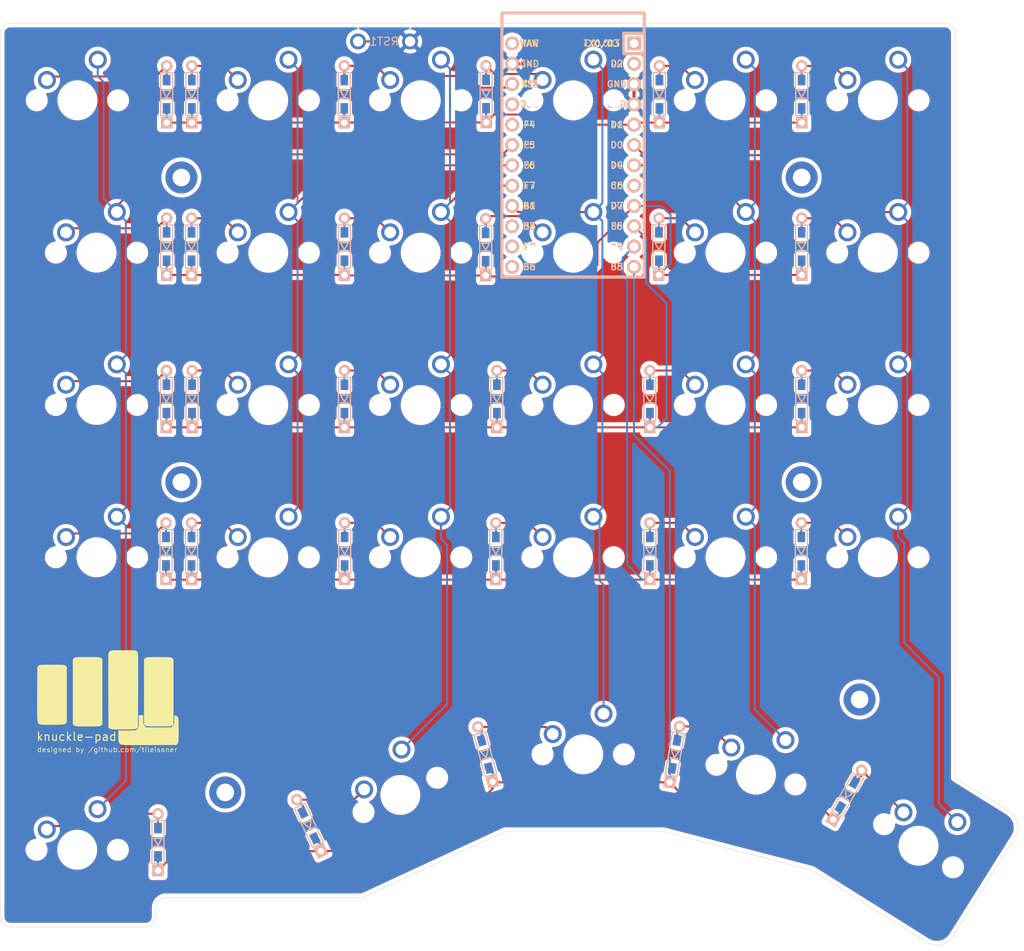
<source format=kicad_pcb>
(kicad_pcb (version 20171130) (host pcbnew 5.1.10-88a1d61d58~90~ubuntu20.04.1)
  (layers (0 F.Cu signal) (31 B.Cu signal) (34 B.Paste user hide) (35 F.Paste user hide) (36 B.SilkS user) (37 F.SilkS user) (38 B.Mask user hide) (39 F.Mask user hide) (44 Edge.Cuts user))
  (net 0 "")
  (net 1 "Net-(U1-Pad24)")
  (net 2 "Net-(U1-Pad20)")
  (net 3 "Net-(U1-Pad13)")
  (net 4 "Net-(U1-Pad1)")
  (net 5 row0)
  (net 6 "Net-(D1-Pad2)")
  (net 7 row1)
  (net 8 "Net-(D2-Pad2)")
  (net 9 row2)
  (net 10 "Net-(D3-Pad2)")
  (net 11 row3)
  (net 12 "Net-(D4-Pad2)")
  (net 13 row4)
  (net 14 "Net-(D5-Pad2)")
  (net 15 "Net-(D6-Pad2)")
  (net 16 "Net-(D7-Pad2)")
  (net 17 "Net-(D8-Pad2)")
  (net 18 "Net-(D9-Pad2)")
  (net 19 "Net-(D10-Pad2)")
  (net 20 "Net-(D11-Pad2)")
  (net 21 "Net-(D12-Pad2)")
  (net 22 "Net-(D13-Pad2)")
  (net 23 "Net-(D14-Pad2)")
  (net 24 "Net-(D15-Pad2)")
  (net 25 "Net-(D16-Pad2)")
  (net 26 "Net-(D17-Pad2)")
  (net 27 "Net-(D18-Pad2)")
  (net 28 "Net-(D19-Pad2)")
  (net 29 "Net-(D20-Pad2)")
  (net 30 "Net-(D21-Pad2)")
  (net 31 "Net-(D22-Pad2)")
  (net 32 "Net-(D23-Pad2)")
  (net 33 "Net-(D24-Pad2)")
  (net 34 "Net-(D25-Pad2)")
  (net 35 "Net-(D26-Pad2)")
  (net 36 "Net-(D27-Pad2)")
  (net 37 "Net-(D28-Pad2)")
  (net 38 "Net-(D29-Pad2)")
  (net 39 col0)
  (net 40 col1)
  (net 41 col2)
  (net 42 col3)
  (net 43 col4)
  (net 44 col5)
  (net 45 RST)
  (net 46 GND)
  (net 47 VCC)
  (net 48 "Net-(U1-Pad8)")
  (net 49 "Net-(U1-Pad2)")
  (net 50 "Net-(U1-Pad15)")
  (net 51 "Net-(U1-Pad14)")
  (module MX_Only:MXOnly-1U-NoLED (layer F.Cu) (at 196.088 136.652 328)
    (fp_text reference SW29)
    (fp_text value SW_Push)
    (pad 2 thru_hole circle (at 2.54 -5.08 328) (size 2.25 2.25) (drill 1.47) (layers *.Cu B.Mask) (net 44 col5))
    (pad "" np_thru_hole circle (at 0 0 328) (size 3.9878 3.9878) (drill 3.9878) (layers *.Cu *.Mask))
    (pad 1 thru_hole circle (at -3.81 -2.54 328) (size 2.25 2.25) (drill 1.47) (layers *.Cu B.Mask) (net 38 "Net-(D29-Pad2)"))
    (pad "" np_thru_hole circle (at -5.08 0 16.0996) (size 1.75 1.75) (drill 1.75) (layers *.Cu *.Mask))
    (pad "" np_thru_hole circle (at 5.08 0 16.0996) (size 1.75 1.75) (drill 1.75) (layers *.Cu *.Mask))
  )
  (module MX_Only:MXOnly-1U-NoLED (layer F.Cu) (at 191.008 100.584)
    (fp_text reference SW28)
    (fp_text value SW_Push)
    (pad 2 thru_hole circle (at 2.54 -5.08) (size 2.25 2.25) (drill 1.47) (layers *.Cu B.Mask) (net 44 col5))
    (pad "" np_thru_hole circle (at 0 0) (size 3.9878 3.9878) (drill 3.9878) (layers *.Cu *.Mask))
    (pad 1 thru_hole circle (at -3.81 -2.54) (size 2.25 2.25) (drill 1.47) (layers *.Cu B.Mask) (net 37 "Net-(D28-Pad2)"))
    (pad "" np_thru_hole circle (at -5.08 0 48.0996) (size 1.75 1.75) (drill 1.75) (layers *.Cu *.Mask))
    (pad "" np_thru_hole circle (at 5.08 0 48.0996) (size 1.75 1.75) (drill 1.75) (layers *.Cu *.Mask))
  )
  (module MX_Only:MXOnly-1U-NoLED (layer F.Cu) (at 191.008 81.534)
    (fp_text reference SW27)
    (fp_text value SW_Push)
    (pad 2 thru_hole circle (at 2.54 -5.08) (size 2.25 2.25) (drill 1.47) (layers *.Cu B.Mask) (net 44 col5))
    (pad "" np_thru_hole circle (at 0 0) (size 3.9878 3.9878) (drill 3.9878) (layers *.Cu *.Mask))
    (pad 1 thru_hole circle (at -3.81 -2.54) (size 2.25 2.25) (drill 1.47) (layers *.Cu B.Mask) (net 36 "Net-(D27-Pad2)"))
    (pad "" np_thru_hole circle (at -5.08 0 48.0996) (size 1.75 1.75) (drill 1.75) (layers *.Cu *.Mask))
    (pad "" np_thru_hole circle (at 5.08 0 48.0996) (size 1.75 1.75) (drill 1.75) (layers *.Cu *.Mask))
  )
  (module MX_Only:MXOnly-1U-NoLED (layer F.Cu) (at 191.008 62.484)
    (fp_text reference SW26)
    (fp_text value SW_Push)
    (pad 2 thru_hole circle (at 2.54 -5.08) (size 2.25 2.25) (drill 1.47) (layers *.Cu B.Mask) (net 44 col5))
    (pad "" np_thru_hole circle (at 0 0) (size 3.9878 3.9878) (drill 3.9878) (layers *.Cu *.Mask))
    (pad 1 thru_hole circle (at -3.81 -2.54) (size 2.25 2.25) (drill 1.47) (layers *.Cu B.Mask) (net 35 "Net-(D26-Pad2)"))
    (pad "" np_thru_hole circle (at -5.08 0 48.0996) (size 1.75 1.75) (drill 1.75) (layers *.Cu *.Mask))
    (pad "" np_thru_hole circle (at 5.08 0 48.0996) (size 1.75 1.75) (drill 1.75) (layers *.Cu *.Mask))
  )
  (module MX_Only:MXOnly-1U-NoLED (layer F.Cu) (at 191.008 43.434)
    (fp_text reference SW25)
    (fp_text value SW_Push)
    (pad 2 thru_hole circle (at 2.54 -5.08) (size 2.25 2.25) (drill 1.47) (layers *.Cu B.Mask) (net 44 col5))
    (pad "" np_thru_hole circle (at 0 0) (size 3.9878 3.9878) (drill 3.9878) (layers *.Cu *.Mask))
    (pad 1 thru_hole circle (at -3.81 -2.54) (size 2.25 2.25) (drill 1.47) (layers *.Cu B.Mask) (net 34 "Net-(D25-Pad2)"))
    (pad "" np_thru_hole circle (at -5.08 0 48.0996) (size 1.75 1.75) (drill 1.75) (layers *.Cu *.Mask))
    (pad "" np_thru_hole circle (at 5.08 0 48.0996) (size 1.75 1.75) (drill 1.75) (layers *.Cu *.Mask))
  )
  (module MX_Only:MXOnly-1U-NoLED (layer F.Cu) (at 175.768 127.762 346)
    (fp_text reference SW24)
    (fp_text value SW_Push)
    (pad 2 thru_hole circle (at 2.54 -5.08 346) (size 2.25 2.25) (drill 1.47) (layers *.Cu B.Mask) (net 43 col4))
    (pad "" np_thru_hole circle (at 0 0 346) (size 3.9878 3.9878) (drill 3.9878) (layers *.Cu *.Mask))
    (pad 1 thru_hole circle (at -3.81 -2.54 346) (size 2.25 2.25) (drill 1.47) (layers *.Cu B.Mask) (net 33 "Net-(D24-Pad2)"))
    (pad "" np_thru_hole circle (at -5.08 0 34.0996) (size 1.75 1.75) (drill 1.75) (layers *.Cu *.Mask))
    (pad "" np_thru_hole circle (at 5.08 0 34.0996) (size 1.75 1.75) (drill 1.75) (layers *.Cu *.Mask))
  )
  (module MX_Only:MXOnly-1U-NoLED (layer F.Cu) (at 171.958 100.584)
    (fp_text reference SW23)
    (fp_text value SW_Push)
    (pad 2 thru_hole circle (at 2.54 -5.08) (size 2.25 2.25) (drill 1.47) (layers *.Cu B.Mask) (net 43 col4))
    (pad "" np_thru_hole circle (at 0 0) (size 3.9878 3.9878) (drill 3.9878) (layers *.Cu *.Mask))
    (pad 1 thru_hole circle (at -3.81 -2.54) (size 2.25 2.25) (drill 1.47) (layers *.Cu B.Mask) (net 32 "Net-(D23-Pad2)"))
    (pad "" np_thru_hole circle (at -5.08 0 48.0996) (size 1.75 1.75) (drill 1.75) (layers *.Cu *.Mask))
    (pad "" np_thru_hole circle (at 5.08 0 48.0996) (size 1.75 1.75) (drill 1.75) (layers *.Cu *.Mask))
  )
  (module MX_Only:MXOnly-1U-NoLED (layer F.Cu) (at 171.958 81.534)
    (fp_text reference SW22)
    (fp_text value SW_Push)
    (pad 2 thru_hole circle (at 2.54 -5.08) (size 2.25 2.25) (drill 1.47) (layers *.Cu B.Mask) (net 43 col4))
    (pad "" np_thru_hole circle (at 0 0) (size 3.9878 3.9878) (drill 3.9878) (layers *.Cu *.Mask))
    (pad 1 thru_hole circle (at -3.81 -2.54) (size 2.25 2.25) (drill 1.47) (layers *.Cu B.Mask) (net 31 "Net-(D22-Pad2)"))
    (pad "" np_thru_hole circle (at -5.08 0 48.0996) (size 1.75 1.75) (drill 1.75) (layers *.Cu *.Mask))
    (pad "" np_thru_hole circle (at 5.08 0 48.0996) (size 1.75 1.75) (drill 1.75) (layers *.Cu *.Mask))
  )
  (module MX_Only:MXOnly-1U-NoLED (layer F.Cu) (at 171.958 62.484)
    (fp_text reference SW21)
    (fp_text value SW_Push)
    (pad 2 thru_hole circle (at 2.54 -5.08) (size 2.25 2.25) (drill 1.47) (layers *.Cu B.Mask) (net 43 col4))
    (pad "" np_thru_hole circle (at 0 0) (size 3.9878 3.9878) (drill 3.9878) (layers *.Cu *.Mask))
    (pad 1 thru_hole circle (at -3.81 -2.54) (size 2.25 2.25) (drill 1.47) (layers *.Cu B.Mask) (net 30 "Net-(D21-Pad2)"))
    (pad "" np_thru_hole circle (at -5.08 0 48.0996) (size 1.75 1.75) (drill 1.75) (layers *.Cu *.Mask))
    (pad "" np_thru_hole circle (at 5.08 0 48.0996) (size 1.75 1.75) (drill 1.75) (layers *.Cu *.Mask))
  )
  (module MX_Only:MXOnly-1U-NoLED (layer F.Cu) (at 171.958 43.434)
    (fp_text reference SW20)
    (fp_text value SW_Push)
    (pad 2 thru_hole circle (at 2.54 -5.08) (size 2.25 2.25) (drill 1.47) (layers *.Cu B.Mask) (net 43 col4))
    (pad "" np_thru_hole circle (at 0 0) (size 3.9878 3.9878) (drill 3.9878) (layers *.Cu *.Mask))
    (pad 1 thru_hole circle (at -3.81 -2.54) (size 2.25 2.25) (drill 1.47) (layers *.Cu B.Mask) (net 29 "Net-(D20-Pad2)"))
    (pad "" np_thru_hole circle (at -5.08 0 48.0996) (size 1.75 1.75) (drill 1.75) (layers *.Cu *.Mask))
    (pad "" np_thru_hole circle (at 5.08 0 48.0996) (size 1.75 1.75) (drill 1.75) (layers *.Cu *.Mask))
  )
  (module MX_Only:MXOnly-1U-NoLED (layer F.Cu) (at 154.178 125.222)
    (fp_text reference SW19)
    (fp_text value SW_Push)
    (pad 2 thru_hole circle (at 2.54 -5.08) (size 2.25 2.25) (drill 1.47) (layers *.Cu B.Mask) (net 42 col3))
    (pad "" np_thru_hole circle (at 0 0) (size 3.9878 3.9878) (drill 3.9878) (layers *.Cu *.Mask))
    (pad 1 thru_hole circle (at -3.81 -2.54) (size 2.25 2.25) (drill 1.47) (layers *.Cu B.Mask) (net 28 "Net-(D19-Pad2)"))
    (pad "" np_thru_hole circle (at -5.08 0 48.0996) (size 1.75 1.75) (drill 1.75) (layers *.Cu *.Mask))
    (pad "" np_thru_hole circle (at 5.08 0 48.0996) (size 1.75 1.75) (drill 1.75) (layers *.Cu *.Mask))
  )
  (module MX_Only:MXOnly-1U-NoLED (layer F.Cu) (at 152.908 100.584)
    (fp_text reference SW18)
    (fp_text value SW_Push)
    (pad 2 thru_hole circle (at 2.54 -5.08) (size 2.25 2.25) (drill 1.47) (layers *.Cu B.Mask) (net 42 col3))
    (pad "" np_thru_hole circle (at 0 0) (size 3.9878 3.9878) (drill 3.9878) (layers *.Cu *.Mask))
    (pad 1 thru_hole circle (at -3.81 -2.54) (size 2.25 2.25) (drill 1.47) (layers *.Cu B.Mask) (net 27 "Net-(D18-Pad2)"))
    (pad "" np_thru_hole circle (at -5.08 0 48.0996) (size 1.75 1.75) (drill 1.75) (layers *.Cu *.Mask))
    (pad "" np_thru_hole circle (at 5.08 0 48.0996) (size 1.75 1.75) (drill 1.75) (layers *.Cu *.Mask))
  )
  (module MX_Only:MXOnly-1U-NoLED (layer F.Cu) (at 152.908 81.534)
    (fp_text reference SW17)
    (fp_text value SW_Push)
    (pad 2 thru_hole circle (at 2.54 -5.08) (size 2.25 2.25) (drill 1.47) (layers *.Cu B.Mask) (net 42 col3))
    (pad "" np_thru_hole circle (at 0 0) (size 3.9878 3.9878) (drill 3.9878) (layers *.Cu *.Mask))
    (pad 1 thru_hole circle (at -3.81 -2.54) (size 2.25 2.25) (drill 1.47) (layers *.Cu B.Mask) (net 26 "Net-(D17-Pad2)"))
    (pad "" np_thru_hole circle (at -5.08 0 48.0996) (size 1.75 1.75) (drill 1.75) (layers *.Cu *.Mask))
    (pad "" np_thru_hole circle (at 5.08 0 48.0996) (size 1.75 1.75) (drill 1.75) (layers *.Cu *.Mask))
  )
  (module MX_Only:MXOnly-1U-NoLED (layer F.Cu) (at 152.908 62.484)
    (fp_text reference SW16)
    (fp_text value SW_Push)
    (pad 2 thru_hole circle (at 2.54 -5.08) (size 2.25 2.25) (drill 1.47) (layers *.Cu B.Mask) (net 42 col3))
    (pad "" np_thru_hole circle (at 0 0) (size 3.9878 3.9878) (drill 3.9878) (layers *.Cu *.Mask))
    (pad 1 thru_hole circle (at -3.81 -2.54) (size 2.25 2.25) (drill 1.47) (layers *.Cu B.Mask) (net 25 "Net-(D16-Pad2)"))
    (pad "" np_thru_hole circle (at -5.08 0 48.0996) (size 1.75 1.75) (drill 1.75) (layers *.Cu *.Mask))
    (pad "" np_thru_hole circle (at 5.08 0 48.0996) (size 1.75 1.75) (drill 1.75) (layers *.Cu *.Mask))
  )
  (module MX_Only:MXOnly-1U-NoLED (layer F.Cu) (at 152.908 43.434)
    (fp_text reference SW15)
    (fp_text value SW_Push)
    (pad 2 thru_hole circle (at 2.54 -5.08) (size 2.25 2.25) (drill 1.47) (layers *.Cu B.Mask) (net 42 col3))
    (pad "" np_thru_hole circle (at 0 0) (size 3.9878 3.9878) (drill 3.9878) (layers *.Cu *.Mask))
    (pad 1 thru_hole circle (at -3.81 -2.54) (size 2.25 2.25) (drill 1.47) (layers *.Cu B.Mask) (net 24 "Net-(D15-Pad2)"))
    (pad "" np_thru_hole circle (at -5.08 0 48.0996) (size 1.75 1.75) (drill 1.75) (layers *.Cu *.Mask))
    (pad "" np_thru_hole circle (at 5.08 0 48.0996) (size 1.75 1.75) (drill 1.75) (layers *.Cu *.Mask))
  )
  (module MX_Only:MXOnly-1U-NoLED (layer F.Cu) (at 131.318 130.302 25)
    (fp_text reference SW14)
    (fp_text value SW_Push)
    (pad 2 thru_hole circle (at 2.54 -5.08 25) (size 2.25 2.25) (drill 1.47) (layers *.Cu B.Mask) (net 41 col2))
    (pad "" np_thru_hole circle (at 0 0 25) (size 3.9878 3.9878) (drill 3.9878) (layers *.Cu *.Mask))
    (pad 1 thru_hole circle (at -3.81 -2.54 25) (size 2.25 2.25) (drill 1.47) (layers *.Cu B.Mask) (net 23 "Net-(D14-Pad2)"))
    (pad "" np_thru_hole circle (at -5.08 0 73.0996) (size 1.75 1.75) (drill 1.75) (layers *.Cu *.Mask))
    (pad "" np_thru_hole circle (at 5.08 0 73.0996) (size 1.75 1.75) (drill 1.75) (layers *.Cu *.Mask))
  )
  (module MX_Only:MXOnly-1U-NoLED (layer F.Cu) (at 133.858 100.584)
    (fp_text reference SW13)
    (fp_text value SW_Push)
    (pad 2 thru_hole circle (at 2.54 -5.08) (size 2.25 2.25) (drill 1.47) (layers *.Cu B.Mask) (net 41 col2))
    (pad "" np_thru_hole circle (at 0 0) (size 3.9878 3.9878) (drill 3.9878) (layers *.Cu *.Mask))
    (pad 1 thru_hole circle (at -3.81 -2.54) (size 2.25 2.25) (drill 1.47) (layers *.Cu B.Mask) (net 22 "Net-(D13-Pad2)"))
    (pad "" np_thru_hole circle (at -5.08 0 48.0996) (size 1.75 1.75) (drill 1.75) (layers *.Cu *.Mask))
    (pad "" np_thru_hole circle (at 5.08 0 48.0996) (size 1.75 1.75) (drill 1.75) (layers *.Cu *.Mask))
  )
  (module MX_Only:MXOnly-1U-NoLED (layer F.Cu) (at 133.858 81.534)
    (fp_text reference SW12)
    (fp_text value SW_Push)
    (pad 2 thru_hole circle (at 2.54 -5.08) (size 2.25 2.25) (drill 1.47) (layers *.Cu B.Mask) (net 41 col2))
    (pad "" np_thru_hole circle (at 0 0) (size 3.9878 3.9878) (drill 3.9878) (layers *.Cu *.Mask))
    (pad 1 thru_hole circle (at -3.81 -2.54) (size 2.25 2.25) (drill 1.47) (layers *.Cu B.Mask) (net 21 "Net-(D12-Pad2)"))
    (pad "" np_thru_hole circle (at -5.08 0 48.0996) (size 1.75 1.75) (drill 1.75) (layers *.Cu *.Mask))
    (pad "" np_thru_hole circle (at 5.08 0 48.0996) (size 1.75 1.75) (drill 1.75) (layers *.Cu *.Mask))
  )
  (module MX_Only:MXOnly-1U-NoLED (layer F.Cu) (at 133.858 62.484)
    (fp_text reference SW11)
    (fp_text value SW_Push)
    (pad 2 thru_hole circle (at 2.54 -5.08) (size 2.25 2.25) (drill 1.47) (layers *.Cu B.Mask) (net 41 col2))
    (pad "" np_thru_hole circle (at 0 0) (size 3.9878 3.9878) (drill 3.9878) (layers *.Cu *.Mask))
    (pad 1 thru_hole circle (at -3.81 -2.54) (size 2.25 2.25) (drill 1.47) (layers *.Cu B.Mask) (net 20 "Net-(D11-Pad2)"))
    (pad "" np_thru_hole circle (at -5.08 0 48.0996) (size 1.75 1.75) (drill 1.75) (layers *.Cu *.Mask))
    (pad "" np_thru_hole circle (at 5.08 0 48.0996) (size 1.75 1.75) (drill 1.75) (layers *.Cu *.Mask))
  )
  (module MX_Only:MXOnly-1U-NoLED (layer F.Cu) (at 133.858 43.434)
    (fp_text reference SW10)
    (fp_text value SW_Push)
    (pad 2 thru_hole circle (at 2.54 -5.08) (size 2.25 2.25) (drill 1.47) (layers *.Cu B.Mask) (net 41 col2))
    (pad "" np_thru_hole circle (at 0 0) (size 3.9878 3.9878) (drill 3.9878) (layers *.Cu *.Mask))
    (pad 1 thru_hole circle (at -3.81 -2.54) (size 2.25 2.25) (drill 1.47) (layers *.Cu B.Mask) (net 19 "Net-(D10-Pad2)"))
    (pad "" np_thru_hole circle (at -5.08 0 48.0996) (size 1.75 1.75) (drill 1.75) (layers *.Cu *.Mask))
    (pad "" np_thru_hole circle (at 5.08 0 48.0996) (size 1.75 1.75) (drill 1.75) (layers *.Cu *.Mask))
  )
  (module MX_Only:MXOnly-1U-NoLED (layer F.Cu) (at 114.808 100.584)
    (fp_text reference SW9)
    (fp_text value SW_Push)
    (pad 2 thru_hole circle (at 2.54 -5.08) (size 2.25 2.25) (drill 1.47) (layers *.Cu B.Mask) (net 40 col1))
    (pad "" np_thru_hole circle (at 0 0) (size 3.9878 3.9878) (drill 3.9878) (layers *.Cu *.Mask))
    (pad 1 thru_hole circle (at -3.81 -2.54) (size 2.25 2.25) (drill 1.47) (layers *.Cu B.Mask) (net 18 "Net-(D9-Pad2)"))
    (pad "" np_thru_hole circle (at -5.08 0 48.0996) (size 1.75 1.75) (drill 1.75) (layers *.Cu *.Mask))
    (pad "" np_thru_hole circle (at 5.08 0 48.0996) (size 1.75 1.75) (drill 1.75) (layers *.Cu *.Mask))
  )
  (module MX_Only:MXOnly-1U-NoLED (layer F.Cu) (at 114.808 81.534)
    (fp_text reference SW8)
    (fp_text value SW_Push)
    (pad 2 thru_hole circle (at 2.54 -5.08) (size 2.25 2.25) (drill 1.47) (layers *.Cu B.Mask) (net 40 col1))
    (pad "" np_thru_hole circle (at 0 0) (size 3.9878 3.9878) (drill 3.9878) (layers *.Cu *.Mask))
    (pad 1 thru_hole circle (at -3.81 -2.54) (size 2.25 2.25) (drill 1.47) (layers *.Cu B.Mask) (net 17 "Net-(D8-Pad2)"))
    (pad "" np_thru_hole circle (at -5.08 0 48.0996) (size 1.75 1.75) (drill 1.75) (layers *.Cu *.Mask))
    (pad "" np_thru_hole circle (at 5.08 0 48.0996) (size 1.75 1.75) (drill 1.75) (layers *.Cu *.Mask))
  )
  (module MX_Only:MXOnly-1U-NoLED (layer F.Cu) (at 114.808 62.484)
    (fp_text reference SW7)
    (fp_text value SW_Push)
    (pad 2 thru_hole circle (at 2.54 -5.08) (size 2.25 2.25) (drill 1.47) (layers *.Cu B.Mask) (net 40 col1))
    (pad "" np_thru_hole circle (at 0 0) (size 3.9878 3.9878) (drill 3.9878) (layers *.Cu *.Mask))
    (pad 1 thru_hole circle (at -3.81 -2.54) (size 2.25 2.25) (drill 1.47) (layers *.Cu B.Mask) (net 16 "Net-(D7-Pad2)"))
    (pad "" np_thru_hole circle (at -5.08 0 48.0996) (size 1.75 1.75) (drill 1.75) (layers *.Cu *.Mask))
    (pad "" np_thru_hole circle (at 5.08 0 48.0996) (size 1.75 1.75) (drill 1.75) (layers *.Cu *.Mask))
  )
  (module MX_Only:MXOnly-1U-NoLED (layer F.Cu) (at 114.808 43.434)
    (fp_text reference SW6)
    (fp_text value SW_Push)
    (pad 2 thru_hole circle (at 2.54 -5.08) (size 2.25 2.25) (drill 1.47) (layers *.Cu B.Mask) (net 40 col1))
    (pad "" np_thru_hole circle (at 0 0) (size 3.9878 3.9878) (drill 3.9878) (layers *.Cu *.Mask))
    (pad 1 thru_hole circle (at -3.81 -2.54) (size 2.25 2.25) (drill 1.47) (layers *.Cu B.Mask) (net 15 "Net-(D6-Pad2)"))
    (pad "" np_thru_hole circle (at -5.08 0 48.0996) (size 1.75 1.75) (drill 1.75) (layers *.Cu *.Mask))
    (pad "" np_thru_hole circle (at 5.08 0 48.0996) (size 1.75 1.75) (drill 1.75) (layers *.Cu *.Mask))
  )
  (module MX_Only:MXOnly-1U-NoLED (layer F.Cu) (at 90.932 137.16)
    (fp_text reference SW5)
    (fp_text value SW_Push)
    (pad 2 thru_hole circle (at 2.54 -5.08) (size 2.25 2.25) (drill 1.47) (layers *.Cu B.Mask) (net 39 col0))
    (pad "" np_thru_hole circle (at 0 0) (size 3.9878 3.9878) (drill 3.9878) (layers *.Cu *.Mask))
    (pad 1 thru_hole circle (at -3.81 -2.54) (size 2.25 2.25) (drill 1.47) (layers *.Cu B.Mask) (net 14 "Net-(D5-Pad2)"))
    (pad "" np_thru_hole circle (at -5.08 0 48.0996) (size 1.75 1.75) (drill 1.75) (layers *.Cu *.Mask))
    (pad "" np_thru_hole circle (at 5.08 0 48.0996) (size 1.75 1.75) (drill 1.75) (layers *.Cu *.Mask))
  )
  (module MX_Only:MXOnly-1.25U-NoLED (layer F.Cu) (at 93.345 100.584)
    (fp_text reference SW4)
    (fp_text value SW_Push)
    (pad 2 thru_hole circle (at 2.54 -5.08) (size 2.25 2.25) (drill 1.47) (layers *.Cu B.Mask) (net 39 col0))
    (pad "" np_thru_hole circle (at 0 0) (size 3.9878 3.9878) (drill 3.9878) (layers *.Cu *.Mask))
    (pad 1 thru_hole circle (at -3.81 -2.54) (size 2.25 2.25) (drill 1.47) (layers *.Cu B.Mask) (net 12 "Net-(D4-Pad2)"))
    (pad "" np_thru_hole circle (at -5.08 0 48.0996) (size 1.75 1.75) (drill 1.75) (layers *.Cu *.Mask))
    (pad "" np_thru_hole circle (at 5.08 0 48.0996) (size 1.75 1.75) (drill 1.75) (layers *.Cu *.Mask))
  )
  (module MX_Only:MXOnly-1.25U-NoLED (layer F.Cu) (at 93.345 81.534)
    (fp_text reference SW3)
    (fp_text value SW_Push)
    (pad 2 thru_hole circle (at 2.54 -5.08) (size 2.25 2.25) (drill 1.47) (layers *.Cu B.Mask) (net 39 col0))
    (pad "" np_thru_hole circle (at 0 0) (size 3.9878 3.9878) (drill 3.9878) (layers *.Cu *.Mask))
    (pad 1 thru_hole circle (at -3.81 -2.54) (size 2.25 2.25) (drill 1.47) (layers *.Cu B.Mask) (net 10 "Net-(D3-Pad2)"))
    (pad "" np_thru_hole circle (at -5.08 0 48.0996) (size 1.75 1.75) (drill 1.75) (layers *.Cu *.Mask))
    (pad "" np_thru_hole circle (at 5.08 0 48.0996) (size 1.75 1.75) (drill 1.75) (layers *.Cu *.Mask))
  )
  (module MX_Only:MXOnly-1.25U-NoLED (layer F.Cu) (at 93.345 62.484)
    (fp_text reference SW2)
    (fp_text value SW_Push)
    (pad 2 thru_hole circle (at 2.54 -5.08) (size 2.25 2.25) (drill 1.47) (layers *.Cu B.Mask) (net 39 col0))
    (pad "" np_thru_hole circle (at 0 0) (size 3.9878 3.9878) (drill 3.9878) (layers *.Cu *.Mask))
    (pad 1 thru_hole circle (at -3.81 -2.54) (size 2.25 2.25) (drill 1.47) (layers *.Cu B.Mask) (net 8 "Net-(D2-Pad2)"))
    (pad "" np_thru_hole circle (at -5.08 0 48.0996) (size 1.75 1.75) (drill 1.75) (layers *.Cu *.Mask))
    (pad "" np_thru_hole circle (at 5.08 0 48.0996) (size 1.75 1.75) (drill 1.75) (layers *.Cu *.Mask))
  )
  (module MX_Only:MXOnly-1U-NoLED (layer F.Cu) (at 90.9574 43.434)
    (fp_text reference SW1)
    (fp_text value SW_Push)
    (pad 2 thru_hole circle (at 2.54 -5.08) (size 2.25 2.25) (drill 1.47) (layers *.Cu B.Mask) (net 39 col0))
    (pad "" np_thru_hole circle (at 0 0) (size 3.9878 3.9878) (drill 3.9878) (layers *.Cu *.Mask))
    (pad 1 thru_hole circle (at -3.81 -2.54) (size 2.25 2.25) (drill 1.47) (layers *.Cu B.Mask) (net 6 "Net-(D1-Pad2)"))
    (pad "" np_thru_hole circle (at -5.08 0 48.0996) (size 1.75 1.75) (drill 1.75) (layers *.Cu *.Mask))
    (pad "" np_thru_hole circle (at 5.08 0 48.0996) (size 1.75 1.75) (drill 1.75) (layers *.Cu *.Mask))
  )
  (module Hybrid-Switches:logo_fin (layer F.Cu) (at 94.742 118.11)
    (fp_text reference G*** hide)
    (fp_text value LOGO hide)
  )
  (module used_footprints:M2_HOLE_PCB (layer F.Cu) (at 188.722 118.364)
    (fp_text reference H6 hide)
    (fp_text value MountingHole)
    (pad "" thru_hole circle (at 0 0) (size 4 4) (drill 2.2) (layers *.Cu *.Mask))
  )
  (module Keebio-Parts:ArduinoProMicro (layer B.Cu) (at 152.908 50.292 270)
    (fp_text reference U1 hide)
    (fp_text value ProMicro hide)
    (fp_text user ST (at -8.91 5.04) (layer F.SilkS) (effects (font (size 0.8 0.8))))
    (fp_text user TX0/D3 (at -13.97 -3.571872) (layer B.SilkS) (effects (font (size 0.8 0.8)) (justify mirror)))
    (fp_text user TX0/D3 (at -13.97 -3.571872) (layer F.SilkS) (effects (font (size 0.8 0.8))))
    (fp_text user D2 (at -11.43 -5.461) (layer B.SilkS) (effects (font (size 0.8 0.8)) (justify mirror)))
    (fp_text user D0 (at -1.27 -5.461) (layer B.SilkS) (effects (font (size 0.8 0.8)) (justify mirror)))
    (fp_text user D1 (at -3.81 -5.461) (layer B.SilkS) (effects (font (size 0.8 0.8)) (justify mirror)))
    (fp_text user GND (at -6.35 -5.461) (layer B.SilkS) (effects (font (size 0.8 0.8)) (justify mirror)))
    (fp_text user GND (at -8.89 -5.461) (layer B.SilkS) (effects (font (size 0.8 0.8)) (justify mirror)))
    (fp_text user D4 (at 1.27 -5.461) (layer B.SilkS) (effects (font (size 0.8 0.8)) (justify mirror)))
    (fp_text user C6 (at 3.81 -5.461) (layer B.SilkS) (effects (font (size 0.8 0.8)) (justify mirror)))
    (fp_text user D7 (at 6.35 -5.461) (layer B.SilkS) (effects (font (size 0.8 0.8)) (justify mirror)))
    (fp_text user E6 (at 8.89 -5.461) (layer B.SilkS) (effects (font (size 0.8 0.8)) (justify mirror)))
    (fp_text user B4 (at 11.43 -5.461) (layer B.SilkS) (effects (font (size 0.8 0.8)) (justify mirror)))
    (fp_text user B5 (at 13.97 -5.461) (layer B.SilkS) (effects (font (size 0.8 0.8)) (justify mirror)))
    (fp_text user B6 (at 13.97 5.461) (layer B.SilkS) (effects (font (size 0.8 0.8)) (justify mirror)))
    (fp_text user B2 (at 11.43 5.461) (layer F.SilkS) (effects (font (size 0.8 0.8))))
    (fp_text user B3 (at 8.89 5.461) (layer B.SilkS) (effects (font (size 0.8 0.8)) (justify mirror)))
    (fp_text user B1 (at 6.35 5.461) (layer B.SilkS) (effects (font (size 0.8 0.8)) (justify mirror)))
    (fp_text user F7 (at 3.81 5.461) (layer F.SilkS) (effects (font (size 0.8 0.8))))
    (fp_text user F6 (at 1.27 5.461) (layer F.SilkS) (effects (font (size 0.8 0.8))))
    (fp_text user F5 (at -1.27 5.461) (layer F.SilkS) (effects (font (size 0.8 0.8))))
    (fp_text user F4 (at -3.81 5.461) (layer B.SilkS) (effects (font (size 0.8 0.8)) (justify mirror)))
    (fp_text user VCC (at -6.35 5.461) (layer B.SilkS) (effects (font (size 0.8 0.8)) (justify mirror)))
    (fp_text user ST (at -8.92 5.73312) (layer B.SilkS) (effects (font (size 0.8 0.8)) (justify mirror)))
    (fp_text user GND (at -11.43 5.461) (layer B.SilkS) (effects (font (size 0.8 0.8)) (justify mirror)))
    (fp_text user RAW (at -13.97 5.461) (layer B.SilkS) (effects (font (size 0.8 0.8)) (justify mirror)))
    (fp_text user RAW (at -13.97 5.461) (layer F.SilkS) (effects (font (size 0.8 0.8))))
    (fp_text user GND (at -11.43 5.461) (layer F.SilkS) (effects (font (size 0.8 0.8))))
    (fp_text user VCC (at -6.35 5.461) (layer F.SilkS) (effects (font (size 0.8 0.8))))
    (fp_text user F4 (at -3.81 5.461) (layer F.SilkS) (effects (font (size 0.8 0.8))))
    (fp_text user F5 (at -1.27 5.461) (layer B.SilkS) (effects (font (size 0.8 0.8)) (justify mirror)))
    (fp_text user F6 (at 1.27 5.461) (layer B.SilkS) (effects (font (size 0.8 0.8)) (justify mirror)))
    (fp_text user F7 (at 3.81 5.461) (layer B.SilkS) (effects (font (size 0.8 0.8)) (justify mirror)))
    (fp_text user B1 (at 6.35 5.461) (layer F.SilkS) (effects (font (size 0.8 0.8))))
    (fp_text user B3 (at 8.89 5.461) (layer F.SilkS) (effects (font (size 0.8 0.8))))
    (fp_text user B2 (at 11.43 5.461) (layer B.SilkS) (effects (font (size 0.8 0.8)) (justify mirror)))
    (fp_text user B6 (at 13.97 5.461) (layer F.SilkS) (effects (font (size 0.8 0.8))))
    (fp_text user B5 (at 13.97 -5.461) (layer F.SilkS) (effects (font (size 0.8 0.8))))
    (fp_text user B4 (at 11.43 -5.461) (layer F.SilkS) (effects (font (size 0.8 0.8))))
    (fp_text user E6 (at 8.89 -5.461) (layer F.SilkS) (effects (font (size 0.8 0.8))))
    (fp_text user D7 (at 6.35 -5.461) (layer F.SilkS) (effects (font (size 0.8 0.8))))
    (fp_text user C6 (at 3.81 -5.461) (layer F.SilkS) (effects (font (size 0.8 0.8))))
    (fp_text user D4 (at 1.27 -5.461) (layer F.SilkS) (effects (font (size 0.8 0.8))))
    (fp_text user GND (at -8.89 -5.461) (layer F.SilkS) (effects (font (size 0.8 0.8))))
    (fp_text user GND (at -6.35 -5.461) (layer F.SilkS) (effects (font (size 0.8 0.8))))
    (fp_text user D1 (at -3.81 -5.461) (layer F.SilkS) (effects (font (size 0.8 0.8))))
    (fp_text user D0 (at -1.27 -5.461) (layer F.SilkS) (effects (font (size 0.8 0.8))))
    (fp_text user D2 (at -11.43 -5.461) (layer F.SilkS) (effects (font (size 0.8 0.8))))
    (pad 24 thru_hole circle (at -13.97 7.62 270) (size 1.7526 1.7526) (drill 1.0922) (layers *.Cu *.SilkS *.Mask) (net 1 "Net-(U1-Pad24)"))
    (pad 12 thru_hole circle (at 13.97 -7.62 270) (size 1.7526 1.7526) (drill 1.0922) (layers *.Cu *.SilkS *.Mask) (net 13 row4))
    (pad 23 thru_hole circle (at -11.43 7.62 270) (size 1.7526 1.7526) (drill 1.0922) (layers *.Cu *.SilkS *.Mask) (net 46 GND))
    (pad 22 thru_hole circle (at -8.89 7.62 270) (size 1.7526 1.7526) (drill 1.0922) (layers *.Cu *.SilkS *.Mask) (net 45 RST))
    (pad 21 thru_hole circle (at -6.35 7.62 270) (size 1.7526 1.7526) (drill 1.0922) (layers *.Cu *.SilkS *.Mask) (net 47 VCC))
    (pad 20 thru_hole circle (at -3.81 7.62 270) (size 1.7526 1.7526) (drill 1.0922) (layers *.Cu *.SilkS *.Mask) (net 2 "Net-(U1-Pad20)"))
    (pad 19 thru_hole circle (at -1.27 7.62 270) (size 1.7526 1.7526) (drill 1.0922) (layers *.Cu *.SilkS *.Mask) (net 39 col0))
    (pad 18 thru_hole circle (at 1.27 7.62 270) (size 1.7526 1.7526) (drill 1.0922) (layers *.Cu *.SilkS *.Mask) (net 40 col1))
    (pad 17 thru_hole circle (at 3.81 7.62 270) (size 1.7526 1.7526) (drill 1.0922) (layers *.Cu *.SilkS *.Mask) (net 41 col2))
    (pad 16 thru_hole circle (at 6.35 7.62 270) (size 1.7526 1.7526) (drill 1.0922) (layers *.Cu *.SilkS *.Mask) (net 42 col3))
    (pad 15 thru_hole circle (at 8.89 7.62 270) (size 1.7526 1.7526) (drill 1.0922) (layers *.Cu *.SilkS *.Mask) (net 50 "Net-(U1-Pad15)"))
    (pad 14 thru_hole circle (at 11.43 7.62 270) (size 1.7526 1.7526) (drill 1.0922) (layers *.Cu *.SilkS *.Mask) (net 51 "Net-(U1-Pad14)"))
    (pad 13 thru_hole circle (at 13.97 7.62 270) (size 1.7526 1.7526) (drill 1.0922) (layers *.Cu *.SilkS *.Mask) (net 3 "Net-(U1-Pad13)"))
    (pad 11 thru_hole circle (at 11.43 -7.62 270) (size 1.7526 1.7526) (drill 1.0922) (layers *.Cu *.SilkS *.Mask) (net 11 row3))
    (pad 10 thru_hole circle (at 8.89 -7.62 270) (size 1.7526 1.7526) (drill 1.0922) (layers *.Cu *.SilkS *.Mask) (net 9 row2))
    (pad 9 thru_hole circle (at 6.35 -7.62 270) (size 1.7526 1.7526) (drill 1.0922) (layers *.Cu *.SilkS *.Mask) (net 7 row1))
    (pad 8 thru_hole circle (at 3.81 -7.62 270) (size 1.7526 1.7526) (drill 1.0922) (layers *.Cu *.SilkS *.Mask) (net 48 "Net-(U1-Pad8)"))
    (pad 7 thru_hole circle (at 1.27 -7.62 270) (size 1.7526 1.7526) (drill 1.0922) (layers *.Cu *.SilkS *.Mask) (net 43 col4))
    (pad 6 thru_hole circle (at -1.27 -7.62 270) (size 1.7526 1.7526) (drill 1.0922) (layers *.Cu *.SilkS *.Mask) (net 44 col5))
    (pad 5 thru_hole circle (at -3.81 -7.62 270) (size 1.7526 1.7526) (drill 1.0922) (layers *.Cu *.SilkS *.Mask) (net 5 row0))
    (pad 4 thru_hole circle (at -6.35 -7.62 270) (size 1.7526 1.7526) (drill 1.0922) (layers *.Cu *.SilkS *.Mask) (net 46 GND))
    (pad 3 thru_hole circle (at -8.89 -7.62 270) (size 1.7526 1.7526) (drill 1.0922) (layers *.Cu *.SilkS *.Mask) (net 46 GND))
    (pad 2 thru_hole circle (at -11.43 -7.62 270) (size 1.7526 1.7526) (drill 1.0922) (layers *.Cu *.SilkS *.Mask) (net 49 "Net-(U1-Pad2)"))
    (pad 1 thru_hole rect (at -13.97 -7.62 270) (size 1.7526 1.7526) (drill 1.0922) (layers *.Cu *.SilkS *.Mask) (net 4 "Net-(U1-Pad1)"))
  )
  (module used_footprints:Switch_Reset_THT (layer B.Cu) (at 129.286 36.068 180)
    (fp_text reference RST1 (at 0 -0.01 180) (layer B.SilkS) (effects (justify mirror)))
    (fp_text value SW_Push)
    (pad 1 thru_hole circle (at 3.25 0 180) (size 2 2) (drill 1.3) (layers *.Cu *.Mask) (net 45 RST))
    (pad 2 thru_hole circle (at -3.25 0 180) (size 2 2) (drill 1.3) (layers *.Cu *.Mask) (net 46 GND))
  )
  (module used_footprints:M2_HOLE_PCB (layer F.Cu) (at 181.483 53.086)
    (fp_text reference H5 hide)
    (fp_text value MountingHole)
    (pad "" thru_hole circle (at 0 0) (size 4 4) (drill 2.2) (layers *.Cu *.Mask))
  )
  (module used_footprints:M2_HOLE_PCB (layer F.Cu) (at 103.9495 91.186)
    (fp_text reference H4 hide)
    (fp_text value MountingHole)
    (pad "" thru_hole circle (at 0 0) (size 4 4) (drill 2.2) (layers *.Cu *.Mask))
  )
  (module used_footprints:M2_HOLE_PCB (layer F.Cu) (at 109.4359 129.9845)
    (fp_text reference H3 hide)
    (fp_text value MountingHole)
    (pad "" thru_hole circle (at 0 0) (size 4 4) (drill 2.2) (layers *.Cu *.Mask))
  )
  (module used_footprints:M2_HOLE_PCB (layer F.Cu) (at 103.9495 53.086)
    (fp_text reference H2 hide)
    (fp_text value MountingHole)
    (pad "" thru_hole circle (at 0 0) (size 4 4) (drill 2.2) (layers *.Cu *.Mask))
  )
  (module used_footprints:M2_HOLE_PCB (layer F.Cu) (at 181.483 91.186)
    (fp_text reference H1 hide)
    (fp_text value MountingHole)
    (pad "" thru_hole circle (at 0 0) (size 4 4) (drill 2.2) (layers *.Cu *.Mask))
  )
  (module used_footprints:diode_TH_SMD (layer B.Cu) (at 187.198 130.302 60)
    (fp_text reference D29 hide)
    (fp_text value D_Small hide)
    (pad 1 smd rect (at -1.775 0 60) (size 1.3 0.95) (layers B.Cu B.Paste B.Mask) (net 13 row4))
    (pad 2 smd rect (at 1.775 0 60) (size 1.3 0.95) (layers F.Cu F.Paste F.Mask) (net 38 "Net-(D29-Pad2)"))
    (pad 1 smd rect (at -1.775 0 60) (size 1.3 0.95) (layers F.Cu F.Paste F.Mask) (net 13 row4))
    (pad 1 thru_hole rect (at -3.55 0 60) (size 1.397 1.397) (drill 0.8128) (layers *.Cu *.Mask B.SilkS) (net 13 row4))
    (pad 2 thru_hole circle (at 3.55 0 60) (size 1.397 1.397) (drill 0.8128) (layers *.Cu *.Mask B.SilkS) (net 38 "Net-(D29-Pad2)"))
    (pad 2 smd rect (at 1.775 0 60) (size 1.3 0.95) (layers B.Cu B.Paste B.Mask) (net 38 "Net-(D29-Pad2)"))
  )
  (module used_footprints:diode_TH_SMD (layer B.Cu) (at 181.4322 99.822 90)
    (fp_text reference D28 hide)
    (fp_text value D_Small hide)
    (pad 1 smd rect (at -1.775 0 90) (size 1.3 0.95) (layers B.Cu B.Paste B.Mask) (net 11 row3))
    (pad 2 smd rect (at 1.775 0 90) (size 1.3 0.95) (layers F.Cu F.Paste F.Mask) (net 37 "Net-(D28-Pad2)"))
    (pad 1 smd rect (at -1.775 0 90) (size 1.3 0.95) (layers F.Cu F.Paste F.Mask) (net 11 row3))
    (pad 1 thru_hole rect (at -3.55 0 90) (size 1.397 1.397) (drill 0.8128) (layers *.Cu *.Mask B.SilkS) (net 11 row3))
    (pad 2 thru_hole circle (at 3.55 0 90) (size 1.397 1.397) (drill 0.8128) (layers *.Cu *.Mask B.SilkS) (net 37 "Net-(D28-Pad2)"))
    (pad 2 smd rect (at 1.775 0 90) (size 1.3 0.95) (layers B.Cu B.Paste B.Mask) (net 37 "Net-(D28-Pad2)"))
  )
  (module used_footprints:diode_TH_SMD (layer B.Cu) (at 181.483 80.778 90)
    (fp_text reference D27 hide)
    (fp_text value D_Small hide)
    (pad 1 smd rect (at -1.775 0 90) (size 1.3 0.95) (layers B.Cu B.Paste B.Mask) (net 9 row2))
    (pad 2 smd rect (at 1.775 0 90) (size 1.3 0.95) (layers F.Cu F.Paste F.Mask) (net 36 "Net-(D27-Pad2)"))
    (pad 1 smd rect (at -1.775 0 90) (size 1.3 0.95) (layers F.Cu F.Paste F.Mask) (net 9 row2))
    (pad 1 thru_hole rect (at -3.55 0 90) (size 1.397 1.397) (drill 0.8128) (layers *.Cu *.Mask B.SilkS) (net 9 row2))
    (pad 2 thru_hole circle (at 3.55 0 90) (size 1.397 1.397) (drill 0.8128) (layers *.Cu *.Mask B.SilkS) (net 36 "Net-(D27-Pad2)"))
    (pad 2 smd rect (at 1.775 0 90) (size 1.3 0.95) (layers B.Cu B.Paste B.Mask) (net 36 "Net-(D27-Pad2)"))
  )
  (module used_footprints:diode_TH_SMD (layer B.Cu) (at 181.483 61.722 90)
    (fp_text reference D26 hide)
    (fp_text value D_Small hide)
    (pad 1 smd rect (at -1.775 0 90) (size 1.3 0.95) (layers B.Cu B.Paste B.Mask) (net 7 row1))
    (pad 2 smd rect (at 1.775 0 90) (size 1.3 0.95) (layers F.Cu F.Paste F.Mask) (net 35 "Net-(D26-Pad2)"))
    (pad 1 smd rect (at -1.775 0 90) (size 1.3 0.95) (layers F.Cu F.Paste F.Mask) (net 7 row1))
    (pad 1 thru_hole rect (at -3.55 0 90) (size 1.397 1.397) (drill 0.8128) (layers *.Cu *.Mask B.SilkS) (net 7 row1))
    (pad 2 thru_hole circle (at 3.55 0 90) (size 1.397 1.397) (drill 0.8128) (layers *.Cu *.Mask B.SilkS) (net 35 "Net-(D26-Pad2)"))
    (pad 2 smd rect (at 1.775 0 90) (size 1.3 0.95) (layers B.Cu B.Paste B.Mask) (net 35 "Net-(D26-Pad2)"))
  )
  (module used_footprints:diode_TH_SMD (layer B.Cu) (at 181.483 42.672 90)
    (fp_text reference D25 hide)
    (fp_text value D_Small hide)
    (pad 1 smd rect (at -1.775 0 90) (size 1.3 0.95) (layers B.Cu B.Paste B.Mask) (net 5 row0))
    (pad 2 smd rect (at 1.775 0 90) (size 1.3 0.95) (layers F.Cu F.Paste F.Mask) (net 34 "Net-(D25-Pad2)"))
    (pad 1 smd rect (at -1.775 0 90) (size 1.3 0.95) (layers F.Cu F.Paste F.Mask) (net 5 row0))
    (pad 1 thru_hole rect (at -3.55 0 90) (size 1.397 1.397) (drill 0.8128) (layers *.Cu *.Mask B.SilkS) (net 5 row0))
    (pad 2 thru_hole circle (at 3.55 0 90) (size 1.397 1.397) (drill 0.8128) (layers *.Cu *.Mask B.SilkS) (net 34 "Net-(D25-Pad2)"))
    (pad 2 smd rect (at 1.775 0 90) (size 1.3 0.95) (layers B.Cu B.Paste B.Mask) (net 34 "Net-(D25-Pad2)"))
  )
  (module used_footprints:diode_TH_SMD (layer B.Cu) (at 165.608 125.222 80)
    (fp_text reference D24 hide)
    (fp_text value D_Small hide)
    (pad 1 smd rect (at -1.775 0 80) (size 1.3 0.95) (layers B.Cu B.Paste B.Mask) (net 13 row4))
    (pad 2 smd rect (at 1.775 0 80) (size 1.3 0.95) (layers F.Cu F.Paste F.Mask) (net 33 "Net-(D24-Pad2)"))
    (pad 1 smd rect (at -1.775 0 80) (size 1.3 0.95) (layers F.Cu F.Paste F.Mask) (net 13 row4))
    (pad 1 thru_hole rect (at -3.55 0 80) (size 1.397 1.397) (drill 0.8128) (layers *.Cu *.Mask B.SilkS) (net 13 row4))
    (pad 2 thru_hole circle (at 3.55 0 80) (size 1.397 1.397) (drill 0.8128) (layers *.Cu *.Mask B.SilkS) (net 33 "Net-(D24-Pad2)"))
    (pad 2 smd rect (at 1.775 0 80) (size 1.3 0.95) (layers B.Cu B.Paste B.Mask) (net 33 "Net-(D24-Pad2)"))
  )
  (module used_footprints:diode_TH_SMD (layer B.Cu) (at 162.5092 99.825 90)
    (fp_text reference D23 hide)
    (fp_text value D_Small hide)
    (pad 1 smd rect (at -1.775 0 90) (size 1.3 0.95) (layers B.Cu B.Paste B.Mask) (net 11 row3))
    (pad 2 smd rect (at 1.775 0 90) (size 1.3 0.95) (layers F.Cu F.Paste F.Mask) (net 32 "Net-(D23-Pad2)"))
    (pad 1 smd rect (at -1.775 0 90) (size 1.3 0.95) (layers F.Cu F.Paste F.Mask) (net 11 row3))
    (pad 1 thru_hole rect (at -3.55 0 90) (size 1.397 1.397) (drill 0.8128) (layers *.Cu *.Mask B.SilkS) (net 11 row3))
    (pad 2 thru_hole circle (at 3.55 0 90) (size 1.397 1.397) (drill 0.8128) (layers *.Cu *.Mask B.SilkS) (net 32 "Net-(D23-Pad2)"))
    (pad 2 smd rect (at 1.775 0 90) (size 1.3 0.95) (layers B.Cu B.Paste B.Mask) (net 32 "Net-(D23-Pad2)"))
  )
  (module used_footprints:diode_TH_SMD (layer B.Cu) (at 162.5092 80.778 90)
    (fp_text reference D22 hide)
    (fp_text value D_Small hide)
    (pad 1 smd rect (at -1.775 0 90) (size 1.3 0.95) (layers B.Cu B.Paste B.Mask) (net 9 row2))
    (pad 2 smd rect (at 1.775 0 90) (size 1.3 0.95) (layers F.Cu F.Paste F.Mask) (net 31 "Net-(D22-Pad2)"))
    (pad 1 smd rect (at -1.775 0 90) (size 1.3 0.95) (layers F.Cu F.Paste F.Mask) (net 9 row2))
    (pad 1 thru_hole rect (at -3.55 0 90) (size 1.397 1.397) (drill 0.8128) (layers *.Cu *.Mask B.SilkS) (net 9 row2))
    (pad 2 thru_hole circle (at 3.55 0 90) (size 1.397 1.397) (drill 0.8128) (layers *.Cu *.Mask B.SilkS) (net 31 "Net-(D22-Pad2)"))
    (pad 2 smd rect (at 1.775 0 90) (size 1.3 0.95) (layers B.Cu B.Paste B.Mask) (net 31 "Net-(D22-Pad2)"))
  )
  (module used_footprints:diode_TH_SMD (layer B.Cu) (at 163.6395 61.722 90)
    (fp_text reference D21 hide)
    (fp_text value D_Small hide)
    (pad 1 smd rect (at -1.775 0 90) (size 1.3 0.95) (layers B.Cu B.Paste B.Mask) (net 7 row1))
    (pad 2 smd rect (at 1.775 0 90) (size 1.3 0.95) (layers F.Cu F.Paste F.Mask) (net 30 "Net-(D21-Pad2)"))
    (pad 1 smd rect (at -1.775 0 90) (size 1.3 0.95) (layers F.Cu F.Paste F.Mask) (net 7 row1))
    (pad 1 thru_hole rect (at -3.55 0 90) (size 1.397 1.397) (drill 0.8128) (layers *.Cu *.Mask B.SilkS) (net 7 row1))
    (pad 2 thru_hole circle (at 3.55 0 90) (size 1.397 1.397) (drill 0.8128) (layers *.Cu *.Mask B.SilkS) (net 30 "Net-(D21-Pad2)"))
    (pad 2 smd rect (at 1.775 0 90) (size 1.3 0.95) (layers B.Cu B.Paste B.Mask) (net 30 "Net-(D21-Pad2)"))
  )
  (module used_footprints:diode_TH_SMD (layer B.Cu) (at 163.703 42.672 90)
    (fp_text reference D20 hide)
    (fp_text value D_Small hide)
    (pad 1 smd rect (at -1.775 0 90) (size 1.3 0.95) (layers B.Cu B.Paste B.Mask) (net 5 row0))
    (pad 2 smd rect (at 1.775 0 90) (size 1.3 0.95) (layers F.Cu F.Paste F.Mask) (net 29 "Net-(D20-Pad2)"))
    (pad 1 smd rect (at -1.775 0 90) (size 1.3 0.95) (layers F.Cu F.Paste F.Mask) (net 5 row0))
    (pad 1 thru_hole rect (at -3.55 0 90) (size 1.397 1.397) (drill 0.8128) (layers *.Cu *.Mask B.SilkS) (net 5 row0))
    (pad 2 thru_hole circle (at 3.55 0 90) (size 1.397 1.397) (drill 0.8128) (layers *.Cu *.Mask B.SilkS) (net 29 "Net-(D20-Pad2)"))
    (pad 2 smd rect (at 1.775 0 90) (size 1.3 0.95) (layers B.Cu B.Paste B.Mask) (net 29 "Net-(D20-Pad2)"))
  )
  (module used_footprints:diode_TH_SMD (layer B.Cu) (at 141.937404 125.222 105)
    (fp_text reference D19 hide)
    (fp_text value D_Small hide)
    (pad 1 smd rect (at -1.775 0 105) (size 1.3 0.95) (layers B.Cu B.Paste B.Mask) (net 13 row4))
    (pad 2 smd rect (at 1.775 0 105) (size 1.3 0.95) (layers F.Cu F.Paste F.Mask) (net 28 "Net-(D19-Pad2)"))
    (pad 1 smd rect (at -1.775 0 105) (size 1.3 0.95) (layers F.Cu F.Paste F.Mask) (net 13 row4))
    (pad 1 thru_hole rect (at -3.55 0 105) (size 1.397 1.397) (drill 0.8128) (layers *.Cu *.Mask B.SilkS) (net 13 row4))
    (pad 2 thru_hole circle (at 3.55 0 105) (size 1.397 1.397) (drill 0.8128) (layers *.Cu *.Mask B.SilkS) (net 28 "Net-(D19-Pad2)"))
    (pad 2 smd rect (at 1.775 0 105) (size 1.3 0.95) (layers B.Cu B.Paste B.Mask) (net 28 "Net-(D19-Pad2)"))
  )
  (module used_footprints:diode_TH_SMD (layer B.Cu) (at 143.256 99.825 90)
    (fp_text reference D18 hide)
    (fp_text value D_Small hide)
    (pad 1 smd rect (at -1.775 0 90) (size 1.3 0.95) (layers B.Cu B.Paste B.Mask) (net 11 row3))
    (pad 2 smd rect (at 1.775 0 90) (size 1.3 0.95) (layers F.Cu F.Paste F.Mask) (net 27 "Net-(D18-Pad2)"))
    (pad 1 smd rect (at -1.775 0 90) (size 1.3 0.95) (layers F.Cu F.Paste F.Mask) (net 11 row3))
    (pad 1 thru_hole rect (at -3.55 0 90) (size 1.397 1.397) (drill 0.8128) (layers *.Cu *.Mask B.SilkS) (net 11 row3))
    (pad 2 thru_hole circle (at 3.55 0 90) (size 1.397 1.397) (drill 0.8128) (layers *.Cu *.Mask B.SilkS) (net 27 "Net-(D18-Pad2)"))
    (pad 2 smd rect (at 1.775 0 90) (size 1.3 0.95) (layers B.Cu B.Paste B.Mask) (net 27 "Net-(D18-Pad2)"))
  )
  (module used_footprints:diode_TH_SMD (layer B.Cu) (at 143.383 80.778 90)
    (fp_text reference D17 hide)
    (fp_text value D_Small hide)
    (pad 1 smd rect (at -1.775 0 90) (size 1.3 0.95) (layers B.Cu B.Paste B.Mask) (net 9 row2))
    (pad 2 smd rect (at 1.775 0 90) (size 1.3 0.95) (layers F.Cu F.Paste F.Mask) (net 26 "Net-(D17-Pad2)"))
    (pad 1 smd rect (at -1.775 0 90) (size 1.3 0.95) (layers F.Cu F.Paste F.Mask) (net 9 row2))
    (pad 1 thru_hole rect (at -3.55 0 90) (size 1.397 1.397) (drill 0.8128) (layers *.Cu *.Mask B.SilkS) (net 9 row2))
    (pad 2 thru_hole circle (at 3.55 0 90) (size 1.397 1.397) (drill 0.8128) (layers *.Cu *.Mask B.SilkS) (net 26 "Net-(D17-Pad2)"))
    (pad 2 smd rect (at 1.775 0 90) (size 1.3 0.95) (layers B.Cu B.Paste B.Mask) (net 26 "Net-(D17-Pad2)"))
  )
  (module used_footprints:diode_TH_SMD (layer B.Cu) (at 141.986 61.7855 90)
    (fp_text reference D16 hide)
    (fp_text value D_Small hide)
    (pad 1 smd rect (at -1.775 0 90) (size 1.3 0.95) (layers B.Cu B.Paste B.Mask) (net 7 row1))
    (pad 2 smd rect (at 1.775 0 90) (size 1.3 0.95) (layers F.Cu F.Paste F.Mask) (net 25 "Net-(D16-Pad2)"))
    (pad 1 smd rect (at -1.775 0 90) (size 1.3 0.95) (layers F.Cu F.Paste F.Mask) (net 7 row1))
    (pad 1 thru_hole rect (at -3.55 0 90) (size 1.397 1.397) (drill 0.8128) (layers *.Cu *.Mask B.SilkS) (net 7 row1))
    (pad 2 thru_hole circle (at 3.55 0 90) (size 1.397 1.397) (drill 0.8128) (layers *.Cu *.Mask B.SilkS) (net 25 "Net-(D16-Pad2)"))
    (pad 2 smd rect (at 1.775 0 90) (size 1.3 0.95) (layers B.Cu B.Paste B.Mask) (net 25 "Net-(D16-Pad2)"))
  )
  (module used_footprints:diode_TH_SMD (layer B.Cu) (at 142.0368 42.6496 90)
    (fp_text reference D15 hide)
    (fp_text value D_Small hide)
    (pad 1 smd rect (at -1.775 0 90) (size 1.3 0.95) (layers B.Cu B.Paste B.Mask) (net 5 row0))
    (pad 2 smd rect (at 1.775 0 90) (size 1.3 0.95) (layers F.Cu F.Paste F.Mask) (net 24 "Net-(D15-Pad2)"))
    (pad 1 smd rect (at -1.775 0 90) (size 1.3 0.95) (layers F.Cu F.Paste F.Mask) (net 5 row0))
    (pad 1 thru_hole rect (at -3.55 0 90) (size 1.397 1.397) (drill 0.8128) (layers *.Cu *.Mask B.SilkS) (net 5 row0))
    (pad 2 thru_hole circle (at 3.55 0 90) (size 1.397 1.397) (drill 0.8128) (layers *.Cu *.Mask B.SilkS) (net 24 "Net-(D15-Pad2)"))
    (pad 2 smd rect (at 1.775 0 90) (size 1.3 0.95) (layers B.Cu B.Paste B.Mask) (net 24 "Net-(D15-Pad2)"))
  )
  (module used_footprints:diode_TH_SMD (layer B.Cu) (at 119.888 134.112 115)
    (fp_text reference D14 hide)
    (fp_text value D_Small hide)
    (pad 1 smd rect (at -1.775 0 115) (size 1.3 0.95) (layers B.Cu B.Paste B.Mask) (net 13 row4))
    (pad 2 smd rect (at 1.775 0 115) (size 1.3 0.95) (layers F.Cu F.Paste F.Mask) (net 23 "Net-(D14-Pad2)"))
    (pad 1 smd rect (at -1.775 0 115) (size 1.3 0.95) (layers F.Cu F.Paste F.Mask) (net 13 row4))
    (pad 1 thru_hole rect (at -3.55 0 115) (size 1.397 1.397) (drill 0.8128) (layers *.Cu *.Mask B.SilkS) (net 13 row4))
    (pad 2 thru_hole circle (at 3.55 0 115) (size 1.397 1.397) (drill 0.8128) (layers *.Cu *.Mask B.SilkS) (net 23 "Net-(D14-Pad2)"))
    (pad 2 smd rect (at 1.775 0 115) (size 1.3 0.95) (layers B.Cu B.Paste B.Mask) (net 23 "Net-(D14-Pad2)"))
  )
  (module used_footprints:diode_TH_SMD (layer B.Cu) (at 124.3584 99.822 90)
    (fp_text reference D13 hide)
    (fp_text value D_Small hide)
    (pad 1 smd rect (at -1.775 0 90) (size 1.3 0.95) (layers B.Cu B.Paste B.Mask) (net 11 row3))
    (pad 2 smd rect (at 1.775 0 90) (size 1.3 0.95) (layers F.Cu F.Paste F.Mask) (net 22 "Net-(D13-Pad2)"))
    (pad 1 smd rect (at -1.775 0 90) (size 1.3 0.95) (layers F.Cu F.Paste F.Mask) (net 11 row3))
    (pad 1 thru_hole rect (at -3.55 0 90) (size 1.397 1.397) (drill 0.8128) (layers *.Cu *.Mask B.SilkS) (net 11 row3))
    (pad 2 thru_hole circle (at 3.55 0 90) (size 1.397 1.397) (drill 0.8128) (layers *.Cu *.Mask B.SilkS) (net 22 "Net-(D13-Pad2)"))
    (pad 2 smd rect (at 1.775 0 90) (size 1.3 0.95) (layers B.Cu B.Paste B.Mask) (net 22 "Net-(D13-Pad2)"))
  )
  (module used_footprints:diode_TH_SMD (layer B.Cu) (at 124.333 80.778 90)
    (fp_text reference D12 hide)
    (fp_text value D_Small hide)
    (pad 1 smd rect (at -1.775 0 90) (size 1.3 0.95) (layers B.Cu B.Paste B.Mask) (net 9 row2))
    (pad 2 smd rect (at 1.775 0 90) (size 1.3 0.95) (layers F.Cu F.Paste F.Mask) (net 21 "Net-(D12-Pad2)"))
    (pad 1 smd rect (at -1.775 0 90) (size 1.3 0.95) (layers F.Cu F.Paste F.Mask) (net 9 row2))
    (pad 1 thru_hole rect (at -3.55 0 90) (size 1.397 1.397) (drill 0.8128) (layers *.Cu *.Mask B.SilkS) (net 9 row2))
    (pad 2 thru_hole circle (at 3.55 0 90) (size 1.397 1.397) (drill 0.8128) (layers *.Cu *.Mask B.SilkS) (net 21 "Net-(D12-Pad2)"))
    (pad 2 smd rect (at 1.775 0 90) (size 1.3 0.95) (layers B.Cu B.Paste B.Mask) (net 21 "Net-(D12-Pad2)"))
  )
  (module used_footprints:diode_TH_SMD (layer B.Cu) (at 124.333 61.722 90)
    (fp_text reference D11 hide)
    (fp_text value D_Small hide)
    (pad 1 smd rect (at -1.775 0 90) (size 1.3 0.95) (layers B.Cu B.Paste B.Mask) (net 7 row1))
    (pad 2 smd rect (at 1.775 0 90) (size 1.3 0.95) (layers F.Cu F.Paste F.Mask) (net 20 "Net-(D11-Pad2)"))
    (pad 1 smd rect (at -1.775 0 90) (size 1.3 0.95) (layers F.Cu F.Paste F.Mask) (net 7 row1))
    (pad 1 thru_hole rect (at -3.55 0 90) (size 1.397 1.397) (drill 0.8128) (layers *.Cu *.Mask B.SilkS) (net 7 row1))
    (pad 2 thru_hole circle (at 3.55 0 90) (size 1.397 1.397) (drill 0.8128) (layers *.Cu *.Mask B.SilkS) (net 20 "Net-(D11-Pad2)"))
    (pad 2 smd rect (at 1.775 0 90) (size 1.3 0.95) (layers B.Cu B.Paste B.Mask) (net 20 "Net-(D11-Pad2)"))
  )
  (module used_footprints:diode_TH_SMD (layer B.Cu) (at 124.3076 42.672 90)
    (fp_text reference D10 hide)
    (fp_text value D_Small hide)
    (pad 1 smd rect (at -1.775 0 90) (size 1.3 0.95) (layers B.Cu B.Paste B.Mask) (net 5 row0))
    (pad 2 smd rect (at 1.775 0 90) (size 1.3 0.95) (layers F.Cu F.Paste F.Mask) (net 19 "Net-(D10-Pad2)"))
    (pad 1 smd rect (at -1.775 0 90) (size 1.3 0.95) (layers F.Cu F.Paste F.Mask) (net 5 row0))
    (pad 1 thru_hole rect (at -3.55 0 90) (size 1.397 1.397) (drill 0.8128) (layers *.Cu *.Mask B.SilkS) (net 5 row0))
    (pad 2 thru_hole circle (at 3.55 0 90) (size 1.397 1.397) (drill 0.8128) (layers *.Cu *.Mask B.SilkS) (net 19 "Net-(D10-Pad2)"))
    (pad 2 smd rect (at 1.775 0 90) (size 1.3 0.95) (layers B.Cu B.Paste B.Mask) (net 19 "Net-(D10-Pad2)"))
  )
  (module used_footprints:diode_TH_SMD (layer B.Cu) (at 105.2195 99.828 90)
    (fp_text reference D9 hide)
    (fp_text value D_Small hide)
    (pad 1 smd rect (at -1.775 0 90) (size 1.3 0.95) (layers B.Cu B.Paste B.Mask) (net 11 row3))
    (pad 2 smd rect (at 1.775 0 90) (size 1.3 0.95) (layers F.Cu F.Paste F.Mask) (net 18 "Net-(D9-Pad2)"))
    (pad 1 smd rect (at -1.775 0 90) (size 1.3 0.95) (layers F.Cu F.Paste F.Mask) (net 11 row3))
    (pad 1 thru_hole rect (at -3.55 0 90) (size 1.397 1.397) (drill 0.8128) (layers *.Cu *.Mask B.SilkS) (net 11 row3))
    (pad 2 thru_hole circle (at 3.55 0 90) (size 1.397 1.397) (drill 0.8128) (layers *.Cu *.Mask B.SilkS) (net 18 "Net-(D9-Pad2)"))
    (pad 2 smd rect (at 1.775 0 90) (size 1.3 0.95) (layers B.Cu B.Paste B.Mask) (net 18 "Net-(D9-Pad2)"))
  )
  (module used_footprints:diode_TH_SMD (layer B.Cu) (at 105.283 80.778 90)
    (fp_text reference D8 hide)
    (fp_text value D_Small hide)
    (pad 1 smd rect (at -1.775 0 90) (size 1.3 0.95) (layers B.Cu B.Paste B.Mask) (net 9 row2))
    (pad 2 smd rect (at 1.775 0 90) (size 1.3 0.95) (layers F.Cu F.Paste F.Mask) (net 17 "Net-(D8-Pad2)"))
    (pad 1 smd rect (at -1.775 0 90) (size 1.3 0.95) (layers F.Cu F.Paste F.Mask) (net 9 row2))
    (pad 1 thru_hole rect (at -3.55 0 90) (size 1.397 1.397) (drill 0.8128) (layers *.Cu *.Mask B.SilkS) (net 9 row2))
    (pad 2 thru_hole circle (at 3.55 0 90) (size 1.397 1.397) (drill 0.8128) (layers *.Cu *.Mask B.SilkS) (net 17 "Net-(D8-Pad2)"))
    (pad 2 smd rect (at 1.775 0 90) (size 1.3 0.95) (layers B.Cu B.Paste B.Mask) (net 17 "Net-(D8-Pad2)"))
  )
  (module used_footprints:diode_TH_SMD (layer B.Cu) (at 105.2195 61.722 90)
    (fp_text reference D7 hide)
    (fp_text value D_Small hide)
    (pad 1 smd rect (at -1.775 0 90) (size 1.3 0.95) (layers B.Cu B.Paste B.Mask) (net 7 row1))
    (pad 2 smd rect (at 1.775 0 90) (size 1.3 0.95) (layers F.Cu F.Paste F.Mask) (net 16 "Net-(D7-Pad2)"))
    (pad 1 smd rect (at -1.775 0 90) (size 1.3 0.95) (layers F.Cu F.Paste F.Mask) (net 7 row1))
    (pad 1 thru_hole rect (at -3.55 0 90) (size 1.397 1.397) (drill 0.8128) (layers *.Cu *.Mask B.SilkS) (net 7 row1))
    (pad 2 thru_hole circle (at 3.55 0 90) (size 1.397 1.397) (drill 0.8128) (layers *.Cu *.Mask B.SilkS) (net 16 "Net-(D7-Pad2)"))
    (pad 2 smd rect (at 1.775 0 90) (size 1.3 0.95) (layers B.Cu B.Paste B.Mask) (net 16 "Net-(D7-Pad2)"))
  )
  (module used_footprints:diode_TH_SMD (layer B.Cu) (at 105.2576 42.672 90)
    (fp_text reference D6 hide)
    (fp_text value D_Small hide)
    (pad 1 smd rect (at -1.775 0 90) (size 1.3 0.95) (layers B.Cu B.Paste B.Mask) (net 5 row0))
    (pad 2 smd rect (at 1.775 0 90) (size 1.3 0.95) (layers F.Cu F.Paste F.Mask) (net 15 "Net-(D6-Pad2)"))
    (pad 1 smd rect (at -1.775 0 90) (size 1.3 0.95) (layers F.Cu F.Paste F.Mask) (net 5 row0))
    (pad 1 thru_hole rect (at -3.55 0 90) (size 1.397 1.397) (drill 0.8128) (layers *.Cu *.Mask B.SilkS) (net 5 row0))
    (pad 2 thru_hole circle (at 3.55 0 90) (size 1.397 1.397) (drill 0.8128) (layers *.Cu *.Mask B.SilkS) (net 15 "Net-(D6-Pad2)"))
    (pad 2 smd rect (at 1.775 0 90) (size 1.3 0.95) (layers B.Cu B.Paste B.Mask) (net 15 "Net-(D6-Pad2)"))
  )
  (module used_footprints:diode_TH_SMD (layer B.Cu) (at 101.0285 136.2075 90)
    (fp_text reference D5 hide)
    (fp_text value D_Small hide)
    (pad 1 smd rect (at -1.775 0 90) (size 1.3 0.95) (layers B.Cu B.Paste B.Mask) (net 13 row4))
    (pad 2 smd rect (at 1.775 0 90) (size 1.3 0.95) (layers F.Cu F.Paste F.Mask) (net 14 "Net-(D5-Pad2)"))
    (pad 1 smd rect (at -1.775 0 90) (size 1.3 0.95) (layers F.Cu F.Paste F.Mask) (net 13 row4))
    (pad 1 thru_hole rect (at -3.55 0 90) (size 1.397 1.397) (drill 0.8128) (layers *.Cu *.Mask B.SilkS) (net 13 row4))
    (pad 2 thru_hole circle (at 3.55 0 90) (size 1.397 1.397) (drill 0.8128) (layers *.Cu *.Mask B.SilkS) (net 14 "Net-(D5-Pad2)"))
    (pad 2 smd rect (at 1.775 0 90) (size 1.3 0.95) (layers B.Cu B.Paste B.Mask) (net 14 "Net-(D5-Pad2)"))
  )
  (module used_footprints:diode_TH_SMD (layer B.Cu) (at 102.0318 99.822 90)
    (fp_text reference D4 hide)
    (fp_text value D_Small hide)
    (pad 1 smd rect (at -1.775 0 90) (size 1.3 0.95) (layers B.Cu B.Paste B.Mask) (net 11 row3))
    (pad 2 smd rect (at 1.775 0 90) (size 1.3 0.95) (layers F.Cu F.Paste F.Mask) (net 12 "Net-(D4-Pad2)"))
    (pad 1 smd rect (at -1.775 0 90) (size 1.3 0.95) (layers F.Cu F.Paste F.Mask) (net 11 row3))
    (pad 1 thru_hole rect (at -3.55 0 90) (size 1.397 1.397) (drill 0.8128) (layers *.Cu *.Mask B.SilkS) (net 11 row3))
    (pad 2 thru_hole circle (at 3.55 0 90) (size 1.397 1.397) (drill 0.8128) (layers *.Cu *.Mask B.SilkS) (net 12 "Net-(D4-Pad2)"))
    (pad 2 smd rect (at 1.775 0 90) (size 1.3 0.95) (layers B.Cu B.Paste B.Mask) (net 12 "Net-(D4-Pad2)"))
  )
  (module used_footprints:diode_TH_SMD (layer B.Cu) (at 102.0826 80.772 90)
    (fp_text reference D3 hide)
    (fp_text value D_Small hide)
    (pad 1 smd rect (at -1.775 0 90) (size 1.3 0.95) (layers B.Cu B.Paste B.Mask) (net 9 row2))
    (pad 2 smd rect (at 1.775 0 90) (size 1.3 0.95) (layers F.Cu F.Paste F.Mask) (net 10 "Net-(D3-Pad2)"))
    (pad 1 smd rect (at -1.775 0 90) (size 1.3 0.95) (layers F.Cu F.Paste F.Mask) (net 9 row2))
    (pad 1 thru_hole rect (at -3.55 0 90) (size 1.397 1.397) (drill 0.8128) (layers *.Cu *.Mask B.SilkS) (net 9 row2))
    (pad 2 thru_hole circle (at 3.55 0 90) (size 1.397 1.397) (drill 0.8128) (layers *.Cu *.Mask B.SilkS) (net 10 "Net-(D3-Pad2)"))
    (pad 2 smd rect (at 1.775 0 90) (size 1.3 0.95) (layers B.Cu B.Paste B.Mask) (net 10 "Net-(D3-Pad2)"))
  )
  (module used_footprints:diode_TH_SMD (layer B.Cu) (at 102.108 61.722 90)
    (fp_text reference D2 hide)
    (fp_text value D_Small hide)
    (pad 1 smd rect (at -1.775 0 90) (size 1.3 0.95) (layers B.Cu B.Paste B.Mask) (net 7 row1))
    (pad 2 smd rect (at 1.775 0 90) (size 1.3 0.95) (layers F.Cu F.Paste F.Mask) (net 8 "Net-(D2-Pad2)"))
    (pad 1 smd rect (at -1.775 0 90) (size 1.3 0.95) (layers F.Cu F.Paste F.Mask) (net 7 row1))
    (pad 1 thru_hole rect (at -3.55 0 90) (size 1.397 1.397) (drill 0.8128) (layers *.Cu *.Mask B.SilkS) (net 7 row1))
    (pad 2 thru_hole circle (at 3.55 0 90) (size 1.397 1.397) (drill 0.8128) (layers *.Cu *.Mask B.SilkS) (net 8 "Net-(D2-Pad2)"))
    (pad 2 smd rect (at 1.775 0 90) (size 1.3 0.95) (layers B.Cu B.Paste B.Mask) (net 8 "Net-(D2-Pad2)"))
  )
  (module used_footprints:diode_TH_SMD (layer B.Cu) (at 102.108 42.672 90)
    (fp_text reference D1 hide)
    (fp_text value D_Small hide)
    (pad 2 smd rect (at 1.775 0 90) (size 1.3 0.95) (layers B.Cu B.Paste B.Mask) (net 6 "Net-(D1-Pad2)"))
    (pad 2 thru_hole circle (at 3.55 0 90) (size 1.397 1.397) (drill 0.8128) (layers *.Cu *.Mask B.SilkS) (net 6 "Net-(D1-Pad2)"))
    (pad 1 thru_hole rect (at -3.55 0 90) (size 1.397 1.397) (drill 0.8128) (layers *.Cu *.Mask B.SilkS) (net 5 row0))
    (pad 1 smd rect (at -1.775 0 90) (size 1.3 0.95) (layers F.Cu F.Paste F.Mask) (net 5 row0))
    (pad 2 smd rect (at 1.775 0 90) (size 1.3 0.95) (layers F.Cu F.Paste F.Mask) (net 6 "Net-(D1-Pad2)"))
    (pad 1 smd rect (at -1.775 0 90) (size 1.3 0.95) (layers B.Cu B.Paste B.Mask) (net 5 row0))
  )
  (gr_text "designed by /github.com/tileissner" (at 94.6912 124.64034) (layer F.SilkS) (effects (font (size 0.5842 0.6477) (thickness 0.0762))))
  (gr_arc (start 82.5754 35.052) (end 82.5754 33.782) (angle -90) (layer Edge.Cuts) (width 0.05))
  (gr_arc (start 82.5754 145.542) (end 81.3054 145.542) (angle -90) (layer Edge.Cuts) (width 0.05))
  (gr_text knuckle-pad (at 90.8558 123.00712) (layer F.SilkS) (effects (font (size 1.0414 1.0414) (thickness 0.13335))))
  (gr_arc (start 206.121001 134.365999) (end 207.391 132.334) (angle 93.53229458) (layer Edge.Cuts) (width 0.05))
  (gr_arc (start 198.374001 146.685001) (end 200.406 147.955) (angle 93.53229458) (layer Edge.Cuts) (width 0.05))
  (gr_line (start 200.66 35.052) (end 200.66 128.143) (layer Edge.Cuts) (width 0.05))
  (gr_line (start 82.5754 33.782) (end 199.39 33.782) (layer Edge.Cuts) (width 0.05))
  (gr_line (start 81.3054 145.542) (end 81.3054 35.052) (layer Edge.Cuts) (width 0.05))
  (gr_arc (start 199.39 35.052) (end 200.66 35.052) (angle -90) (layer Edge.Cuts) (width 0.05))
  (gr_line (start 102.0445 143.129) (end 116.713 143.129) (layer Edge.Cuts) (width 0.05))
  (gr_line (start 100.7745 145.542) (end 100.7745 144.399) (layer Edge.Cuts) (width 0.05))
  (gr_line (start 82.5754 146.812) (end 99.5045 146.812) (layer Edge.Cuts) (width 0.05))
  (gr_arc (start 102.0445 144.399) (end 102.0445 143.129) (angle -90) (layer Edge.Cuts) (width 0.05))
  (gr_arc (start 99.5045 145.542) (end 99.5045 146.812) (angle -90) (layer Edge.Cuts) (width 0.05))
  (gr_line (start 116.713 143.129) (end 126.619 143.129) (layer Edge.Cuts) (width 0.05))
  (gr_line (start 207.391 132.334) (end 200.66 128.143) (layer Edge.Cuts) (width 0.05))
  (gr_line (start 126.619 143.129) (end 126.873 143.002) (layer Edge.Cuts) (width 0.05))
  (gr_line (start 200.406 147.955) (end 208.070894 135.758779) (layer Edge.Cuts) (width 0.05))
  (gr_line (start 182.753 139.7) (end 196.981221 148.634894) (layer Edge.Cuts) (width 0.05))
  (gr_line (start 164.211 134.874) (end 182.753 139.7) (layer Edge.Cuts) (width 0.05))
  (gr_line (start 144.399 134.874) (end 164.211 134.874) (layer Edge.Cuts) (width 0.05))
  (gr_line (start 126.873 143.002) (end 144.399 134.874) (layer Edge.Cuts) (width 0.05))
  (segment (start 181.483 44.447) (end 181.483 46.222) (width 0.25) (layer F.Cu) (net 5))
  (segment (start 181.483 46.222) (end 163.703 46.222) (width 0.25) (layer F.Cu) (net 5))
  (segment (start 163.703 46.222) (end 163.703 44.447) (width 0.25) (layer F.Cu) (net 5))
  (segment (start 142.0368 46.1996) (end 142.0368 44.4246) (width 0.25) (layer F.Cu) (net 5))
  (segment (start 124.33 46.1996) (end 124.3076 46.222) (width 0.25) (layer F.Cu) (net 5))
  (segment (start 142.0368 46.1996) (end 124.33 46.1996) (width 0.25) (layer F.Cu) (net 5))
  (segment (start 124.3076 46.222) (end 124.3076 44.447) (width 0.25) (layer F.Cu) (net 5))
  (segment (start 124.3076 46.222) (end 105.2576 46.222) (width 0.25) (layer F.Cu) (net 5))
  (segment (start 105.2576 46.222) (end 105.2576 44.447) (width 0.25) (layer F.Cu) (net 5))
  (segment (start 105.2576 46.222) (end 102.108 46.222) (width 0.25) (layer F.Cu) (net 5))
  (segment (start 102.108 46.222) (end 102.108 44.447) (width 0.25) (layer F.Cu) (net 5))
  (segment (start 160.788 46.222) (end 160.528 46.482) (width 0.25) (layer F.Cu) (net 5))
  (segment (start 163.703 46.222) (end 160.788 46.222) (width 0.25) (layer F.Cu) (net 5))
  (segment (start 160.528 46.482) (end 147.574 46.482) (width 0.25) (layer F.Cu) (net 5))
  (segment (start 147.574 46.482) (end 146.304 45.212) (width 0.25) (layer F.Cu) (net 5))
  (segment (start 143.0244 45.212) (end 142.0368 46.1996) (width 0.25) (layer F.Cu) (net 5))
  (segment (start 146.304 45.212) (end 143.0244 45.212) (width 0.25) (layer F.Cu) (net 5))
  (segment (start 102.108 46.222) (end 102.108 44.447) (width 0.25) (layer B.Cu) (net 5))
  (segment (start 105.2576 46.222) (end 105.2576 44.447) (width 0.25) (layer B.Cu) (net 5))
  (segment (start 124.3076 46.222) (end 124.3076 44.447) (width 0.25) (layer B.Cu) (net 5))
  (segment (start 142.0368 46.1996) (end 142.0368 44.4246) (width 0.25) (layer B.Cu) (net 5))
  (segment (start 163.703 46.222) (end 163.703 44.447) (width 0.25) (layer B.Cu) (net 5))
  (segment (start 181.483 46.222) (end 181.483 44.447) (width 0.25) (layer B.Cu) (net 5))
  (segment (start 102.108 39.122) (end 100.7805 40.4495) (width 0.25) (layer F.Cu) (net 6))
  (segment (start 87.5919 40.4495) (end 87.1474 40.894) (width 0.25) (layer F.Cu) (net 6))
  (segment (start 100.7805 40.4495) (end 87.5919 40.4495) (width 0.25) (layer F.Cu) (net 6))
  (segment (start 102.108 40.897) (end 102.108 39.122) (width 0.25) (layer B.Cu) (net 6))
  (segment (start 102.108 40.897) (end 102.108 39.122) (width 0.25) (layer F.Cu) (net 6))
  (segment (start 181.483 63.497) (end 181.483 65.272) (width 0.25) (layer F.Cu) (net 7))
  (segment (start 181.483 65.272) (end 163.6395 65.272) (width 0.25) (layer F.Cu) (net 7))
  (segment (start 163.6395 65.272) (end 163.6395 63.497) (width 0.25) (layer F.Cu) (net 7))
  (segment (start 141.986 65.3355) (end 141.986 63.5605) (width 0.25) (layer F.Cu) (net 7))
  (segment (start 124.3965 65.3355) (end 124.333 65.272) (width 0.25) (layer F.Cu) (net 7))
  (segment (start 141.986 65.3355) (end 124.3965 65.3355) (width 0.25) (layer F.Cu) (net 7))
  (segment (start 124.333 65.272) (end 124.333 63.497) (width 0.25) (layer F.Cu) (net 7))
  (segment (start 124.333 65.272) (end 105.2195 65.272) (width 0.25) (layer F.Cu) (net 7))
  (segment (start 105.2195 65.272) (end 105.2195 63.497) (width 0.25) (layer F.Cu) (net 7))
  (segment (start 105.2195 65.272) (end 102.108 65.272) (width 0.25) (layer F.Cu) (net 7))
  (segment (start 102.108 65.272) (end 102.108 63.497) (width 0.25) (layer F.Cu) (net 7))
  (segment (start 160.528 56.642) (end 155.956 61.214) (width 0.25) (layer F.Cu) (net 7))
  (segment (start 155.956 61.214) (end 155.956 64.008) (width 0.25) (layer F.Cu) (net 7))
  (segment (start 142.113801 65.463301) (end 141.986 65.3355) (width 0.25) (layer F.Cu) (net 7))
  (segment (start 154.500699 65.463301) (end 142.113801 65.463301) (width 0.25) (layer F.Cu) (net 7))
  (segment (start 155.956 64.008) (end 154.500699 65.463301) (width 0.25) (layer F.Cu) (net 7))
  (segment (start 102.108 63.497) (end 102.108 65.272) (width 0.25) (layer B.Cu) (net 7))
  (segment (start 105.2195 65.272) (end 105.2195 63.497) (width 0.25) (layer B.Cu) (net 7))
  (segment (start 181.483 63.497) (end 181.483 65.272) (width 0.25) (layer B.Cu) (net 7))
  (segment (start 163.6395 63.497) (end 163.6395 65.272) (width 0.25) (layer B.Cu) (net 7))
  (segment (start 141.986 65.3355) (end 141.986 63.5605) (width 0.25) (layer B.Cu) (net 7))
  (segment (start 124.333 63.497) (end 124.333 65.272) (width 0.25) (layer B.Cu) (net 7))
  (segment (start 163.9824 56.642) (end 160.528 56.642) (width 0.25) (layer B.Cu) (net 7))
  (segment (start 165.1 57.7596) (end 163.9824 56.642) (width 0.25) (layer B.Cu) (net 7))
  (segment (start 165.1 63.8115) (end 165.1 57.7596) (width 0.25) (layer B.Cu) (net 7))
  (segment (start 163.6395 65.272) (end 165.1 63.8115) (width 0.25) (layer B.Cu) (net 7))
  (segment (start 102.108 59.947) (end 102.108 58.172) (width 0.25) (layer F.Cu) (net 8))
  (segment (start 90.043 59.436) (end 89.535 59.944) (width 0.25) (layer F.Cu) (net 8))
  (segment (start 102.108 58.172) (end 100.844 59.436) (width 0.25) (layer F.Cu) (net 8))
  (segment (start 100.844 59.436) (end 90.043 59.436) (width 0.25) (layer F.Cu) (net 8))
  (segment (start 102.108 59.947) (end 102.108 58.172) (width 0.25) (layer B.Cu) (net 8))
  (segment (start 181.483 82.553) (end 181.483 84.328) (width 0.25) (layer F.Cu) (net 9))
  (segment (start 181.483 84.328) (end 162.5092 84.328) (width 0.25) (layer F.Cu) (net 9))
  (segment (start 162.5092 84.328) (end 162.5092 82.553) (width 0.25) (layer F.Cu) (net 9))
  (segment (start 162.5092 84.328) (end 143.383 84.328) (width 0.25) (layer F.Cu) (net 9))
  (segment (start 143.383 84.328) (end 143.383 82.553) (width 0.25) (layer F.Cu) (net 9))
  (segment (start 143.383 84.328) (end 124.333 84.328) (width 0.25) (layer F.Cu) (net 9))
  (segment (start 124.333 84.328) (end 124.333 82.553) (width 0.25) (layer F.Cu) (net 9))
  (segment (start 124.333 84.328) (end 105.283 84.328) (width 0.25) (layer F.Cu) (net 9))
  (segment (start 105.283 84.328) (end 105.283 82.553) (width 0.25) (layer F.Cu) (net 9))
  (segment (start 102.0886 84.328) (end 102.0826 84.322) (width 0.25) (layer F.Cu) (net 9))
  (segment (start 105.283 84.328) (end 102.0886 84.328) (width 0.25) (layer F.Cu) (net 9))
  (segment (start 102.0826 84.322) (end 102.0826 82.547) (width 0.25) (layer F.Cu) (net 9))
  (segment (start 102.0826 82.547) (end 102.0826 84.322) (width 0.25) (layer B.Cu) (net 9))
  (segment (start 105.283 82.553) (end 105.283 84.328) (width 0.25) (layer B.Cu) (net 9))
  (segment (start 124.333 82.553) (end 124.333 84.328) (width 0.25) (layer B.Cu) (net 9))
  (segment (start 143.383 82.553) (end 143.383 84.328) (width 0.25) (layer B.Cu) (net 9))
  (segment (start 162.5092 82.553) (end 162.5092 84.328) (width 0.25) (layer B.Cu) (net 9))
  (segment (start 181.483 82.553) (end 181.483 84.328) (width 0.25) (layer B.Cu) (net 9))
  (segment (start 162.052 60.706) (end 160.528 59.182) (width 0.25) (layer B.Cu) (net 9))
  (segment (start 162.052 66.294) (end 162.052 60.706) (width 0.25) (layer B.Cu) (net 9))
  (segment (start 164.592 68.834) (end 162.052 66.294) (width 0.25) (layer B.Cu) (net 9))
  (segment (start 164.592 83.1937) (end 164.592 68.834) (width 0.25) (layer B.Cu) (net 9))
  (segment (start 163.4577 84.328) (end 164.592 83.1937) (width 0.25) (layer B.Cu) (net 9))
  (segment (start 162.5092 84.328) (end 163.4577 84.328) (width 0.25) (layer B.Cu) (net 9))
  (segment (start 102.0826 78.997) (end 102.0826 77.222) (width 0.25) (layer F.Cu) (net 10))
  (segment (start 102.0826 77.222) (end 100.7551 78.5495) (width 0.25) (layer F.Cu) (net 10))
  (segment (start 89.9795 78.5495) (end 89.535 78.994) (width 0.25) (layer F.Cu) (net 10))
  (segment (start 100.7551 78.5495) (end 89.9795 78.5495) (width 0.25) (layer F.Cu) (net 10))
  (segment (start 102.0826 78.997) (end 102.0826 77.222) (width 0.25) (layer B.Cu) (net 10))
  (segment (start 181.4322 103.372) (end 181.4322 101.597) (width 0.25) (layer F.Cu) (net 11))
  (segment (start 162.5122 103.372) (end 162.5092 103.375) (width 0.25) (layer F.Cu) (net 11))
  (segment (start 181.4322 103.372) (end 162.5122 103.372) (width 0.25) (layer F.Cu) (net 11))
  (segment (start 162.5092 103.375) (end 162.5092 101.6) (width 0.25) (layer F.Cu) (net 11))
  (segment (start 162.5092 103.375) (end 143.256 103.375) (width 0.25) (layer F.Cu) (net 11))
  (segment (start 143.256 103.375) (end 143.256 101.6) (width 0.25) (layer F.Cu) (net 11))
  (segment (start 124.3614 103.375) (end 124.3584 103.372) (width 0.25) (layer F.Cu) (net 11))
  (segment (start 143.256 103.375) (end 124.3614 103.375) (width 0.25) (layer F.Cu) (net 11))
  (segment (start 124.3584 103.372) (end 124.3584 101.597) (width 0.25) (layer F.Cu) (net 11))
  (segment (start 105.2255 103.372) (end 105.2195 103.378) (width 0.25) (layer F.Cu) (net 11))
  (segment (start 124.3584 103.372) (end 105.2255 103.372) (width 0.25) (layer F.Cu) (net 11))
  (segment (start 105.2195 103.378) (end 105.2195 101.603) (width 0.25) (layer F.Cu) (net 11))
  (segment (start 102.0378 103.378) (end 102.0318 103.372) (width 0.25) (layer F.Cu) (net 11))
  (segment (start 105.2195 103.378) (end 102.0378 103.378) (width 0.25) (layer F.Cu) (net 11))
  (segment (start 102.0318 103.372) (end 102.0318 101.597) (width 0.25) (layer F.Cu) (net 11))
  (segment (start 181.4322 103.372) (end 181.4322 101.597) (width 0.25) (layer B.Cu) (net 11))
  (segment (start 162.5092 103.375) (end 162.5092 101.6) (width 0.25) (layer B.Cu) (net 11))
  (segment (start 143.256 101.6) (end 143.256 103.375) (width 0.25) (layer B.Cu) (net 11))
  (segment (start 124.3584 103.372) (end 124.3584 101.597) (width 0.25) (layer B.Cu) (net 11))
  (segment (start 105.2195 103.378) (end 105.2195 101.603) (width 0.25) (layer B.Cu) (net 11))
  (segment (start 102.0318 103.372) (end 102.0318 101.597) (width 0.25) (layer B.Cu) (net 11))
  (segment (start 159.1056 63.1444) (end 160.528 61.722) (width 0.25) (layer B.Cu) (net 11))
  (segment (start 159.1056 65.4304) (end 159.1056 63.1444) (width 0.25) (layer B.Cu) (net 11))
  (segment (start 159.6644 65.9892) (end 159.1056 65.4304) (width 0.25) (layer B.Cu) (net 11))
  (segment (start 159.6644 101.4787) (end 159.6644 65.9892) (width 0.25) (layer B.Cu) (net 11))
  (segment (start 161.5607 103.375) (end 159.6644 101.4787) (width 0.25) (layer B.Cu) (net 11))
  (segment (start 162.5092 103.375) (end 161.5607 103.375) (width 0.25) (layer B.Cu) (net 11))
  (segment (start 102.0318 98.047) (end 102.0318 96.272) (width 0.25) (layer F.Cu) (net 12))
  (segment (start 102.0318 96.272) (end 100.7043 97.5995) (width 0.25) (layer F.Cu) (net 12))
  (segment (start 89.9795 97.5995) (end 89.535 98.044) (width 0.25) (layer F.Cu) (net 12))
  (segment (start 100.7043 97.5995) (end 89.9795 97.5995) (width 0.25) (layer F.Cu) (net 12))
  (segment (start 102.0318 98.047) (end 102.0318 96.272) (width 0.25) (layer B.Cu) (net 12))
  (segment (start 186.3105 132.48889) (end 185.423 133.37639) (width 0.25) (layer F.Cu) (net 13))
  (segment (start 186.3105 131.839195) (end 186.3105 132.48889) (width 0.25) (layer F.Cu) (net 13))
  (segment (start 164.991549 127.278259) (end 165.299774 126.970034) (width 0.25) (layer F.Cu) (net 13))
  (segment (start 164.991549 128.718068) (end 164.991549 127.278259) (width 0.25) (layer F.Cu) (net 13))
  (segment (start 142.856212 127.395922) (end 142.396808 126.936518) (width 0.25) (layer F.Cu) (net 13))
  (segment (start 142.856212 128.651037) (end 142.856212 127.395922) (width 0.25) (layer F.Cu) (net 13))
  (segment (start 121.388295 136.470844) (end 120.638147 135.720696) (width 0.25) (layer F.Cu) (net 13))
  (segment (start 121.388295 137.329393) (end 121.388295 136.470844) (width 0.25) (layer F.Cu) (net 13))
  (segment (start 103.456607 137.329393) (end 101.0285 139.7575) (width 0.25) (layer F.Cu) (net 13))
  (segment (start 121.388295 137.329393) (end 103.456607 137.329393) (width 0.25) (layer F.Cu) (net 13))
  (segment (start 101.0285 139.7575) (end 101.0285 137.9825) (width 0.25) (layer F.Cu) (net 13))
  (segment (start 186.3105 132.48889) (end 185.423 133.37639) (width 0.25) (layer B.Cu) (net 13))
  (segment (start 186.3105 131.839195) (end 186.3105 132.48889) (width 0.25) (layer B.Cu) (net 13))
  (segment (start 164.991549 127.278259) (end 165.299774 126.970034) (width 0.25) (layer B.Cu) (net 13))
  (segment (start 164.991549 128.718068) (end 164.991549 127.278259) (width 0.25) (layer B.Cu) (net 13))
  (segment (start 142.856212 127.395922) (end 142.396808 126.936518) (width 0.25) (layer B.Cu) (net 13))
  (segment (start 142.856212 128.651037) (end 142.856212 127.395922) (width 0.25) (layer B.Cu) (net 13))
  (segment (start 121.388295 136.470844) (end 120.638147 135.720696) (width 0.25) (layer B.Cu) (net 13))
  (segment (start 121.388295 137.329393) (end 121.388295 136.470844) (width 0.25) (layer B.Cu) (net 13))
  (segment (start 101.0285 139.7575) (end 101.0285 137.9825) (width 0.25) (layer B.Cu) (net 13))
  (segment (start 160.528 85.344) (end 160.528 64.262) (width 0.25) (layer B.Cu) (net 13))
  (segment (start 164.991549 89.807549) (end 160.528 85.344) (width 0.25) (layer B.Cu) (net 13))
  (segment (start 164.991549 128.718068) (end 164.991549 89.807549) (width 0.25) (layer B.Cu) (net 13))
  (segment (start 142.923243 128.718068) (end 142.856212 128.651037) (width 0.25) (layer F.Cu) (net 13))
  (segment (start 164.991549 128.718068) (end 142.923243 128.718068) (width 0.25) (layer F.Cu) (net 13))
  (segment (start 121.405288 137.3124) (end 121.388295 137.329393) (width 0.25) (layer F.Cu) (net 13))
  (segment (start 135.0518 137.3124) (end 121.405288 137.3124) (width 0.25) (layer F.Cu) (net 13))
  (segment (start 142.856212 129.507988) (end 135.0518 137.3124) (width 0.25) (layer F.Cu) (net 13))
  (segment (start 142.856212 128.651037) (end 142.856212 129.507988) (width 0.25) (layer F.Cu) (net 13))
  (segment (start 167.769281 131.4958) (end 164.991549 128.718068) (width 0.25) (layer F.Cu) (net 13))
  (segment (start 183.54241 131.4958) (end 167.769281 131.4958) (width 0.25) (layer F.Cu) (net 13))
  (segment (start 185.423 133.37639) (end 183.54241 131.4958) (width 0.25) (layer F.Cu) (net 13))
  (segment (start 101.0285 134.4325) (end 101.0285 132.6575) (width 0.25) (layer F.Cu) (net 14))
  (segment (start 101.0285 132.6575) (end 97.657 132.6575) (width 0.25) (layer F.Cu) (net 14))
  (segment (start 97.657 132.6575) (end 96.139 134.1755) (width 0.25) (layer F.Cu) (net 14))
  (segment (start 87.5665 134.1755) (end 87.122 134.62) (width 0.25) (layer F.Cu) (net 14))
  (segment (start 96.139 134.1755) (end 87.5665 134.1755) (width 0.25) (layer F.Cu) (net 14))
  (segment (start 101.0285 134.4325) (end 101.0285 132.6575) (width 0.25) (layer B.Cu) (net 14))
  (segment (start 105.2576 40.897) (end 105.2576 39.122) (width 0.25) (layer F.Cu) (net 15))
  (segment (start 109.226 39.122) (end 110.998 40.894) (width 0.25) (layer F.Cu) (net 15))
  (segment (start 105.2576 39.122) (end 109.226 39.122) (width 0.25) (layer F.Cu) (net 15))
  (segment (start 105.2576 40.897) (end 105.2576 39.122) (width 0.25) (layer B.Cu) (net 15))
  (segment (start 105.2195 59.947) (end 105.2195 58.172) (width 0.25) (layer F.Cu) (net 16))
  (segment (start 109.226 58.172) (end 110.998 59.944) (width 0.25) (layer F.Cu) (net 16))
  (segment (start 105.2195 58.172) (end 109.226 58.172) (width 0.25) (layer F.Cu) (net 16))
  (segment (start 105.2195 59.947) (end 105.2195 58.172) (width 0.25) (layer B.Cu) (net 16))
  (segment (start 105.283 79.003) (end 105.283 77.228) (width 0.25) (layer F.Cu) (net 17))
  (segment (start 109.232 77.228) (end 110.998 78.994) (width 0.25) (layer F.Cu) (net 17))
  (segment (start 105.283 77.228) (end 109.232 77.228) (width 0.25) (layer F.Cu) (net 17))
  (segment (start 105.283 79.003) (end 105.283 77.228) (width 0.25) (layer B.Cu) (net 17))
  (segment (start 105.2195 98.053) (end 105.2195 96.278) (width 0.25) (layer F.Cu) (net 18))
  (segment (start 109.232 96.278) (end 110.998 98.044) (width 0.25) (layer F.Cu) (net 18))
  (segment (start 105.2195 96.278) (end 109.232 96.278) (width 0.25) (layer F.Cu) (net 18))
  (segment (start 105.2195 98.053) (end 105.2195 96.278) (width 0.25) (layer B.Cu) (net 18))
  (segment (start 124.3076 40.897) (end 124.3076 39.122) (width 0.25) (layer F.Cu) (net 19))
  (segment (start 128.276 39.122) (end 130.048 40.894) (width 0.25) (layer F.Cu) (net 19))
  (segment (start 124.3076 39.122) (end 128.276 39.122) (width 0.25) (layer F.Cu) (net 19))
  (segment (start 124.3076 40.897) (end 124.3076 39.122) (width 0.25) (layer B.Cu) (net 19))
  (segment (start 124.333 59.947) (end 124.333 58.172) (width 0.25) (layer F.Cu) (net 20))
  (segment (start 128.276 58.172) (end 130.048 59.944) (width 0.25) (layer F.Cu) (net 20))
  (segment (start 124.333 58.172) (end 128.276 58.172) (width 0.25) (layer F.Cu) (net 20))
  (segment (start 124.333 59.947) (end 124.333 58.172) (width 0.25) (layer B.Cu) (net 20))
  (segment (start 124.333 79.003) (end 124.333 77.228) (width 0.25) (layer F.Cu) (net 21))
  (segment (start 128.282 77.228) (end 130.048 78.994) (width 0.25) (layer F.Cu) (net 21))
  (segment (start 124.333 77.228) (end 128.282 77.228) (width 0.25) (layer F.Cu) (net 21))
  (segment (start 124.333 79.003) (end 124.333 77.228) (width 0.25) (layer B.Cu) (net 21))
  (segment (start 124.3584 98.047) (end 124.3584 96.272) (width 0.25) (layer F.Cu) (net 22))
  (segment (start 128.276 96.272) (end 130.048 98.044) (width 0.25) (layer F.Cu) (net 22))
  (segment (start 124.3584 96.272) (end 128.276 96.272) (width 0.25) (layer F.Cu) (net 22))
  (segment (start 124.3584 98.047) (end 124.3584 96.272) (width 0.25) (layer B.Cu) (net 22))
  (segment (start 119.137853 131.644755) (end 118.387705 130.894607) (width 0.25) (layer F.Cu) (net 23))
  (segment (start 119.137853 132.503304) (end 119.137853 131.644755) (width 0.25) (layer F.Cu) (net 23))
  (segment (start 125.507064 130.894607) (end 126.791517 129.610154) (width 0.25) (layer F.Cu) (net 23))
  (segment (start 118.387705 130.894607) (end 125.507064 130.894607) (width 0.25) (layer F.Cu) (net 23))
  (segment (start 119.137853 131.644755) (end 118.387705 130.894607) (width 0.25) (layer B.Cu) (net 23))
  (segment (start 119.137853 132.503304) (end 119.137853 131.644755) (width 0.25) (layer B.Cu) (net 23))
  (segment (start 142.0368 40.8746) (end 142.0368 39.0996) (width 0.25) (layer F.Cu) (net 24))
  (segment (start 142.0368 39.0996) (end 143.0692 40.132) (width 0.25) (layer F.Cu) (net 24))
  (segment (start 148.336 40.132) (end 149.098 40.894) (width 0.25) (layer F.Cu) (net 24))
  (segment (start 143.0692 40.132) (end 148.336 40.132) (width 0.25) (layer F.Cu) (net 24))
  (segment (start 142.0368 40.8746) (end 142.0368 39.0996) (width 0.25) (layer B.Cu) (net 24))
  (segment (start 141.986 60.0105) (end 141.986 58.2355) (width 0.25) (layer F.Cu) (net 25))
  (segment (start 141.986 58.2355) (end 142.3095 57.912) (width 0.25) (layer F.Cu) (net 25))
  (segment (start 147.066 57.912) (end 149.098 59.944) (width 0.25) (layer F.Cu) (net 25))
  (segment (start 142.3095 57.912) (end 147.066 57.912) (width 0.25) (layer F.Cu) (net 25))
  (segment (start 141.986 60.0105) (end 141.986 58.2355) (width 0.25) (layer B.Cu) (net 25))
  (segment (start 143.383 79.003) (end 143.383 77.228) (width 0.25) (layer F.Cu) (net 26))
  (segment (start 147.332 77.228) (end 149.098 78.994) (width 0.25) (layer F.Cu) (net 26))
  (segment (start 143.383 77.228) (end 147.332 77.228) (width 0.25) (layer F.Cu) (net 26))
  (segment (start 143.383 79.003) (end 143.383 77.228) (width 0.25) (layer B.Cu) (net 26))
  (segment (start 143.256 98.05) (end 143.256 96.275) (width 0.25) (layer F.Cu) (net 27))
  (segment (start 147.329 96.275) (end 149.098 98.044) (width 0.25) (layer F.Cu) (net 27))
  (segment (start 143.256 96.275) (end 147.329 96.275) (width 0.25) (layer F.Cu) (net 27))
  (segment (start 143.256 98.05) (end 143.256 96.275) (width 0.25) (layer B.Cu) (net 27))
  (segment (start 141.478 122.252367) (end 141.018596 121.792963) (width 0.25) (layer F.Cu) (net 28))
  (segment (start 141.478 123.507482) (end 141.478 122.252367) (width 0.25) (layer F.Cu) (net 28))
  (segment (start 149.478963 121.792963) (end 150.368 122.682) (width 0.25) (layer F.Cu) (net 28))
  (segment (start 141.018596 121.792963) (end 149.478963 121.792963) (width 0.25) (layer F.Cu) (net 28))
  (segment (start 141.478 122.252367) (end 141.018596 121.792963) (width 0.25) (layer B.Cu) (net 28))
  (segment (start 141.478 123.507482) (end 141.478 122.252367) (width 0.25) (layer B.Cu) (net 28))
  (segment (start 163.703 40.897) (end 163.703 39.122) (width 0.25) (layer F.Cu) (net 29))
  (segment (start 166.376 39.122) (end 168.148 40.894) (width 0.25) (layer F.Cu) (net 29))
  (segment (start 163.703 39.122) (end 166.376 39.122) (width 0.25) (layer F.Cu) (net 29))
  (segment (start 163.703 40.897) (end 163.703 39.122) (width 0.25) (layer B.Cu) (net 29))
  (segment (start 163.6395 59.947) (end 163.6395 58.172) (width 0.25) (layer F.Cu) (net 30))
  (segment (start 166.376 58.172) (end 168.148 59.944) (width 0.25) (layer F.Cu) (net 30))
  (segment (start 163.6395 58.172) (end 166.376 58.172) (width 0.25) (layer F.Cu) (net 30))
  (segment (start 163.6395 59.947) (end 163.6395 58.172) (width 0.25) (layer B.Cu) (net 30))
  (segment (start 162.5092 79.003) (end 162.5092 77.228) (width 0.25) (layer F.Cu) (net 31))
  (segment (start 166.382 77.228) (end 168.148 78.994) (width 0.25) (layer F.Cu) (net 31))
  (segment (start 162.5092 77.228) (end 166.382 77.228) (width 0.25) (layer F.Cu) (net 31))
  (segment (start 162.5092 79.003) (end 162.5092 77.228) (width 0.25) (layer B.Cu) (net 31))
  (segment (start 162.5092 98.05) (end 162.5092 96.275) (width 0.25) (layer F.Cu) (net 32))
  (segment (start 166.379 96.275) (end 168.148 98.044) (width 0.25) (layer F.Cu) (net 32))
  (segment (start 162.5092 96.275) (end 166.379 96.275) (width 0.25) (layer F.Cu) (net 32))
  (segment (start 162.5092 98.05) (end 162.5092 96.275) (width 0.25) (layer B.Cu) (net 32))
  (segment (start 165.916226 122.034157) (end 166.224451 121.725932) (width 0.25) (layer F.Cu) (net 33))
  (segment (start 165.916226 123.473966) (end 165.916226 122.034157) (width 0.25) (layer F.Cu) (net 33))
  (segment (start 170.035861 121.725932) (end 172.685655 124.375726) (width 0.25) (layer F.Cu) (net 33))
  (segment (start 166.224451 121.725932) (end 170.035861 121.725932) (width 0.25) (layer F.Cu) (net 33))
  (segment (start 165.916226 122.034157) (end 166.224451 121.725932) (width 0.25) (layer B.Cu) (net 33))
  (segment (start 165.916226 123.473966) (end 165.916226 122.034157) (width 0.25) (layer B.Cu) (net 33))
  (segment (start 185.426 39.122) (end 187.198 40.894) (width 0.25) (layer F.Cu) (net 34))
  (segment (start 181.483 39.122) (end 185.426 39.122) (width 0.25) (layer F.Cu) (net 34))
  (segment (start 181.483 39.122) (end 181.483 40.897) (width 0.25) (layer F.Cu) (net 34))
  (segment (start 181.483 40.897) (end 181.483 39.122) (width 0.25) (layer B.Cu) (net 34))
  (segment (start 185.426 58.172) (end 187.198 59.944) (width 0.25) (layer F.Cu) (net 35))
  (segment (start 181.483 58.172) (end 185.426 58.172) (width 0.25) (layer F.Cu) (net 35))
  (segment (start 181.483 58.172) (end 181.483 59.947) (width 0.25) (layer F.Cu) (net 35))
  (segment (start 181.483 59.947) (end 181.483 58.172) (width 0.25) (layer B.Cu) (net 35))
  (segment (start 185.432 77.228) (end 187.198 78.994) (width 0.25) (layer F.Cu) (net 36))
  (segment (start 181.483 77.228) (end 185.432 77.228) (width 0.25) (layer F.Cu) (net 36))
  (segment (start 181.483 79.003) (end 181.483 77.228) (width 0.25) (layer F.Cu) (net 36))
  (segment (start 181.483 79.003) (end 181.483 77.228) (width 0.25) (layer B.Cu) (net 36))
  (segment (start 185.426 96.272) (end 187.198 98.044) (width 0.25) (layer F.Cu) (net 37))
  (segment (start 181.4322 96.272) (end 185.426 96.272) (width 0.25) (layer F.Cu) (net 37))
  (segment (start 181.4322 98.047) (end 181.4322 96.272) (width 0.25) (layer F.Cu) (net 37))
  (segment (start 181.4322 98.047) (end 181.4322 96.272) (width 0.25) (layer B.Cu) (net 37))
  (segment (start 194.202932 132.457542) (end 194.202932 132.478965) (width 0.25) (layer F.Cu) (net 38))
  (segment (start 188.973 127.22761) (end 194.202932 132.457542) (width 0.25) (layer F.Cu) (net 38))
  (segment (start 188.973 127.877305) (end 188.0855 128.764805) (width 0.25) (layer F.Cu) (net 38))
  (segment (start 188.973 127.22761) (end 188.973 127.877305) (width 0.25) (layer F.Cu) (net 38))
  (segment (start 188.0855 128.11511) (end 188.973 127.22761) (width 0.25) (layer B.Cu) (net 38))
  (segment (start 188.0855 128.764805) (end 188.0855 128.11511) (width 0.25) (layer B.Cu) (net 38))
  (segment (start 93.4974 38.354) (end 93.4974 40.4114) (width 0.25) (layer B.Cu) (net 39))
  (segment (start 93.4974 40.4114) (end 94.234 41.148) (width 0.25) (layer B.Cu) (net 39))
  (segment (start 94.234 55.753) (end 95.885 57.404) (width 0.25) (layer B.Cu) (net 39))
  (segment (start 94.234 41.148) (end 94.234 55.753) (width 0.25) (layer B.Cu) (net 39))
  (segment (start 97.009999 75.329001) (end 95.885 76.454) (width 0.25) (layer B.Cu) (net 39))
  (segment (start 97.009999 58.528999) (end 97.009999 75.329001) (width 0.25) (layer B.Cu) (net 39))
  (segment (start 95.885 57.404) (end 97.009999 58.528999) (width 0.25) (layer B.Cu) (net 39))
  (segment (start 97.009999 94.379001) (end 95.885 95.504) (width 0.25) (layer B.Cu) (net 39))
  (segment (start 97.009999 77.578999) (end 97.009999 94.379001) (width 0.25) (layer B.Cu) (net 39))
  (segment (start 95.885 76.454) (end 97.009999 77.578999) (width 0.25) (layer B.Cu) (net 39))
  (segment (start 97.009999 128.542001) (end 93.472 132.08) (width 0.25) (layer B.Cu) (net 39))
  (segment (start 97.009999 96.628999) (end 97.009999 128.542001) (width 0.25) (layer B.Cu) (net 39))
  (segment (start 95.885 95.504) (end 97.009999 96.628999) (width 0.25) (layer B.Cu) (net 39))
  (segment (start 144.1196 50.1904) (end 145.288 49.022) (width 0.25) (layer F.Cu) (net 39))
  (segment (start 102.3493 50.1904) (end 144.1196 50.1904) (width 0.25) (layer F.Cu) (net 39))
  (segment (start 95.885 56.6547) (end 102.3493 50.1904) (width 0.25) (layer F.Cu) (net 39))
  (segment (start 95.885 57.404) (end 95.885 56.6547) (width 0.25) (layer F.Cu) (net 39))
  (segment (start 118.472999 56.279001) (end 117.348 57.404) (width 0.25) (layer B.Cu) (net 40))
  (segment (start 118.472999 39.478999) (end 118.472999 56.279001) (width 0.25) (layer B.Cu) (net 40))
  (segment (start 117.348 38.354) (end 118.472999 39.478999) (width 0.25) (layer B.Cu) (net 40))
  (segment (start 118.472999 75.329001) (end 117.348 76.454) (width 0.25) (layer B.Cu) (net 40))
  (segment (start 118.472999 58.528999) (end 118.472999 75.329001) (width 0.25) (layer B.Cu) (net 40))
  (segment (start 117.348 57.404) (end 118.472999 58.528999) (width 0.25) (layer B.Cu) (net 40))
  (segment (start 118.472999 94.379001) (end 117.348 95.504) (width 0.25) (layer B.Cu) (net 40))
  (segment (start 118.472999 77.578999) (end 118.472999 94.379001) (width 0.25) (layer B.Cu) (net 40))
  (segment (start 117.348 76.454) (end 118.472999 77.578999) (width 0.25) (layer B.Cu) (net 40))
  (segment (start 123.19 51.562) (end 145.288 51.562) (width 0.25) (layer F.Cu) (net 40))
  (segment (start 117.348 57.404) (end 123.19 51.562) (width 0.25) (layer F.Cu) (net 40))
  (segment (start 137.522999 56.279001) (end 136.398 57.404) (width 0.25) (layer B.Cu) (net 41))
  (segment (start 137.522999 39.478999) (end 137.522999 56.279001) (width 0.25) (layer B.Cu) (net 41))
  (segment (start 136.398 38.354) (end 137.522999 39.478999) (width 0.25) (layer B.Cu) (net 41))
  (segment (start 137.522999 75.329001) (end 136.398 76.454) (width 0.25) (layer B.Cu) (net 41))
  (segment (start 137.522999 58.528999) (end 137.522999 75.329001) (width 0.25) (layer B.Cu) (net 41))
  (segment (start 136.398 57.404) (end 137.522999 58.528999) (width 0.25) (layer B.Cu) (net 41))
  (segment (start 137.522999 94.379001) (end 136.398 95.504) (width 0.25) (layer B.Cu) (net 41))
  (segment (start 137.522999 77.578999) (end 137.522999 94.379001) (width 0.25) (layer B.Cu) (net 41))
  (segment (start 136.398 76.454) (end 137.522999 77.578999) (width 0.25) (layer B.Cu) (net 41))
  (segment (start 136.398 95.504) (end 136.398 98.298) (width 0.25) (layer B.Cu) (net 41))
  (segment (start 136.398 98.298) (end 137.16 99.06) (width 0.25) (layer B.Cu) (net 41))
  (segment (start 137.16 118.937627) (end 131.473121 124.624506) (width 0.25) (layer B.Cu) (net 41))
  (segment (start 137.16 99.06) (end 137.16 118.937627) (width 0.25) (layer B.Cu) (net 41))
  (segment (start 139.7 54.102) (end 145.288 54.102) (width 0.25) (layer F.Cu) (net 41))
  (segment (start 136.398 57.404) (end 139.7 54.102) (width 0.25) (layer F.Cu) (net 41))
  (segment (start 156.572999 56.279001) (end 155.448 57.404) (width 0.25) (layer B.Cu) (net 42))
  (segment (start 156.572999 39.478999) (end 156.572999 56.279001) (width 0.25) (layer B.Cu) (net 42))
  (segment (start 155.448 38.354) (end 156.572999 39.478999) (width 0.25) (layer B.Cu) (net 42))
  (segment (start 156.572999 75.329001) (end 155.448 76.454) (width 0.25) (layer B.Cu) (net 42))
  (segment (start 156.572999 58.528999) (end 156.572999 75.329001) (width 0.25) (layer B.Cu) (net 42))
  (segment (start 155.448 57.404) (end 156.572999 58.528999) (width 0.25) (layer B.Cu) (net 42))
  (segment (start 156.572999 94.379001) (end 155.448 95.504) (width 0.25) (layer B.Cu) (net 42))
  (segment (start 156.572999 77.578999) (end 156.572999 94.379001) (width 0.25) (layer B.Cu) (net 42))
  (segment (start 155.448 76.454) (end 156.572999 77.578999) (width 0.25) (layer B.Cu) (net 42))
  (segment (start 146.05 57.404) (end 145.288 56.642) (width 0.25) (layer F.Cu) (net 42))
  (segment (start 155.448 57.404) (end 146.05 57.404) (width 0.25) (layer F.Cu) (net 42))
  (segment (start 156.718 104.013) (end 156.718 120.142) (width 0.25) (layer B.Cu) (net 42))
  (segment (start 156.21 103.505) (end 156.718 104.013) (width 0.25) (layer B.Cu) (net 42))
  (segment (start 156.21 96.266) (end 156.21 103.505) (width 0.25) (layer B.Cu) (net 42))
  (segment (start 155.448 95.504) (end 156.21 96.266) (width 0.25) (layer B.Cu) (net 42))
  (segment (start 175.622999 56.279001) (end 174.498 57.404) (width 0.25) (layer B.Cu) (net 43))
  (segment (start 175.622999 39.478999) (end 175.622999 56.279001) (width 0.25) (layer B.Cu) (net 43))
  (segment (start 174.498 38.354) (end 175.622999 39.478999) (width 0.25) (layer B.Cu) (net 43))
  (segment (start 175.622999 75.329001) (end 174.498 76.454) (width 0.25) (layer B.Cu) (net 43))
  (segment (start 175.622999 58.528999) (end 175.622999 75.329001) (width 0.25) (layer B.Cu) (net 43))
  (segment (start 174.498 57.404) (end 175.622999 58.528999) (width 0.25) (layer B.Cu) (net 43))
  (segment (start 175.622999 94.379001) (end 174.498 95.504) (width 0.25) (layer B.Cu) (net 43))
  (segment (start 175.622999 77.578999) (end 175.622999 94.379001) (width 0.25) (layer B.Cu) (net 43))
  (segment (start 174.498 76.454) (end 175.622999 77.578999) (width 0.25) (layer B.Cu) (net 43))
  (segment (start 175.622999 119.608864) (end 179.461514 123.447379) (width 0.25) (layer B.Cu) (net 43))
  (segment (start 175.622999 96.628999) (end 175.622999 119.608864) (width 0.25) (layer B.Cu) (net 43))
  (segment (start 174.498 95.504) (end 175.622999 96.628999) (width 0.25) (layer B.Cu) (net 43))
  (segment (start 168.6687 51.562) (end 160.528 51.562) (width 0.25) (layer F.Cu) (net 43))
  (segment (start 174.498 57.3913) (end 168.6687 51.562) (width 0.25) (layer F.Cu) (net 43))
  (segment (start 174.498 57.404) (end 174.498 57.3913) (width 0.25) (layer F.Cu) (net 43))
  (segment (start 194.31 75.692) (end 193.548 76.454) (width 0.25) (layer B.Cu) (net 44))
  (segment (start 194.31 94.742) (end 193.548 95.504) (width 0.25) (layer B.Cu) (net 44))
  (segment (start 193.548 95.504) (end 193.548 98.044) (width 0.25) (layer B.Cu) (net 44))
  (segment (start 193.548 98.044) (end 194.31 98.806) (width 0.25) (layer B.Cu) (net 44))
  (segment (start 194.31 98.806) (end 194.31 111.252) (width 0.25) (layer B.Cu) (net 44))
  (segment (start 194.31 111.252) (end 198.628 115.57) (width 0.25) (layer B.Cu) (net 44))
  (segment (start 198.628 131.383879) (end 200.934032 133.689911) (width 0.25) (layer B.Cu) (net 44))
  (segment (start 198.628 115.57) (end 198.628 131.383879) (width 0.25) (layer B.Cu) (net 44))
  (segment (start 194.31 56.642) (end 193.548 57.404) (width 0.25) (layer B.Cu) (net 44))
  (segment (start 194.672999 56.279001) (end 193.548 57.404) (width 0.25) (layer B.Cu) (net 44))
  (segment (start 194.672999 39.478999) (end 194.672999 56.279001) (width 0.25) (layer B.Cu) (net 44))
  (segment (start 193.548 38.354) (end 194.672999 39.478999) (width 0.25) (layer B.Cu) (net 44))
  (segment (start 194.672999 75.329001) (end 193.548 76.454) (width 0.25) (layer B.Cu) (net 44))
  (segment (start 194.672999 58.528999) (end 194.672999 75.329001) (width 0.25) (layer B.Cu) (net 44))
  (segment (start 193.548 57.404) (end 194.672999 58.528999) (width 0.25) (layer B.Cu) (net 44))
  (segment (start 194.672999 94.379001) (end 193.548 95.504) (width 0.25) (layer B.Cu) (net 44))
  (segment (start 194.672999 77.578999) (end 194.672999 94.379001) (width 0.25) (layer B.Cu) (net 44))
  (segment (start 193.548 76.454) (end 194.672999 77.578999) (width 0.25) (layer B.Cu) (net 44))
  (segment (start 161.798 50.292) (end 160.528 49.022) (width 0.25) (layer F.Cu) (net 44))
  (segment (start 184.2516 50.292) (end 161.798 50.292) (width 0.25) (layer F.Cu) (net 44))
  (segment (start 191.3636 57.404) (end 184.2516 50.292) (width 0.25) (layer F.Cu) (net 44))
  (segment (start 193.548 57.404) (end 191.3636 57.404) (width 0.25) (layer F.Cu) (net 44))
  (segment (start 126.036 36.068) (end 129.286 36.068) (width 0.25) (layer F.Cu) (net 45))
  (segment (start 129.286 36.068) (end 133.604 40.386) (width 0.25) (layer F.Cu) (net 45))
  (segment (start 144.840399 41.849601) (end 145.288 41.402) (width 0.25) (layer F.Cu) (net 45))
  (segment (start 141.301799 41.849601) (end 144.840399 41.849601) (width 0.25) (layer F.Cu) (net 45))
  (segment (start 139.838198 40.386) (end 141.301799 41.849601) (width 0.25) (layer F.Cu) (net 45))
  (segment (start 133.604 40.386) (end 139.838198 40.386) (width 0.25) (layer F.Cu) (net 45))
  (segment (start 159.766 40.64) (end 160.528 41.402) (width 0.381) (layer F.Cu) (net 46))
  (segment (start 153.545974 40.64) (end 159.766 40.64) (width 0.381) (layer F.Cu) (net 46))
  (segment (start 151.767974 38.862) (end 153.545974 40.64) (width 0.381) (layer F.Cu) (net 46))
  (segment (start 145.288 38.862) (end 151.767974 38.862) (width 0.381) (layer F.Cu) (net 46))
  (segment (start 160.528 41.402) (end 160.528 43.942) (width 0.381) (layer F.Cu) (net 46))
  (zone (net 46) (net_name GND) (layer F.Cu) (connect_pads (clearance 0.508)) (min_thickness 0.254) (fill yes (arc_segments 32) (thermal_gap 0.508) (thermal_bridge_width 0.508))
    (polygon (pts (xy 199.8472 33.8836) (xy 200.2536 34.1376) (xy 200.5076 34.4932) (xy 200.66 34.925) (xy 200.66 128.143) (xy 207.2132 132.2324) (xy 207.772 132.6515) (xy 208.2165 133.2865) (xy 208.407 133.731) (xy 208.4705 134.1755) (xy 208.4705 134.62) (xy 208.3435 135.3185) (xy 200.2155 148.209) (xy 199.7075 148.6535) (xy 199.1995 148.9075) (xy 198.6915 149.0345) (xy 197.993 149.0345) (xy 197.231 148.7805) (xy 182.753 139.7) (xy 164.211 134.874) (xy 144.399 134.874) (xy 126.619 143.129) (xy 101.7905 143.129) (xy 101.346 143.3195) (xy 100.965 143.637) (xy 100.7745 144.2085) (xy 100.7745 145.6055) (xy 100.711 145.923) (xy 100.457 146.304) (xy 100.076 146.685) (xy 99.568 146.812) (xy 82.7278 146.812) (xy 82.3214 146.7866) (xy 81.7118 146.4818) (xy 81.4578 146.1516) (xy 81.3054 145.542) (xy 81.3054 35.0266) (xy 81.3816 34.6456) (xy 81.6102 34.2138) (xy 81.8896 33.9852) (xy 82.5246 33.782) (xy 199.2884 33.782)))
  )
  (zone (net 46) (net_name GND) (layer B.Cu) (connect_pads (clearance 0.508)) (min_thickness 0.254) (fill yes (arc_segments 32) (thermal_gap 0.508) (thermal_bridge_width 0.508))
    (polygon (pts (xy 199.8472 33.8836) (xy 200.2536 34.1376) (xy 200.5076 34.4932) (xy 200.66 34.925) (xy 200.66 128.143) (xy 207.772 132.6515) (xy 208.2165 133.2865) (xy 208.407 133.731) (xy 208.4705 134.1755) (xy 208.4705 134.62) (xy 208.3435 135.3185) (xy 200.2155 148.209) (xy 199.7075 148.6535) (xy 199.1995 148.9075) (xy 198.6915 149.0345) (xy 197.993 149.0345) (xy 197.231 148.7805) (xy 182.753 139.7) (xy 164.211 134.874) (xy 144.399 134.874) (xy 126.619 143.129) (xy 101.7905 143.129) (xy 101.346 143.3195) (xy 100.965 143.637) (xy 100.7745 144.2085) (xy 100.7745 145.6055) (xy 100.711 145.923) (xy 100.457 146.304) (xy 100.076 146.685) (xy 99.568 146.812) (xy 82.7278 146.812) (xy 82.3214 146.7866) (xy 81.7118 146.4818) (xy 81.4578 146.1516) (xy 81.3054 145.53565) (xy 81.3054 35.0266) (xy 81.3816 34.6456) (xy 81.6102 34.2138) (xy 81.8896 33.9852) (xy 82.5246 33.782) (xy 199.2884 33.782)))
  )
)
</source>
